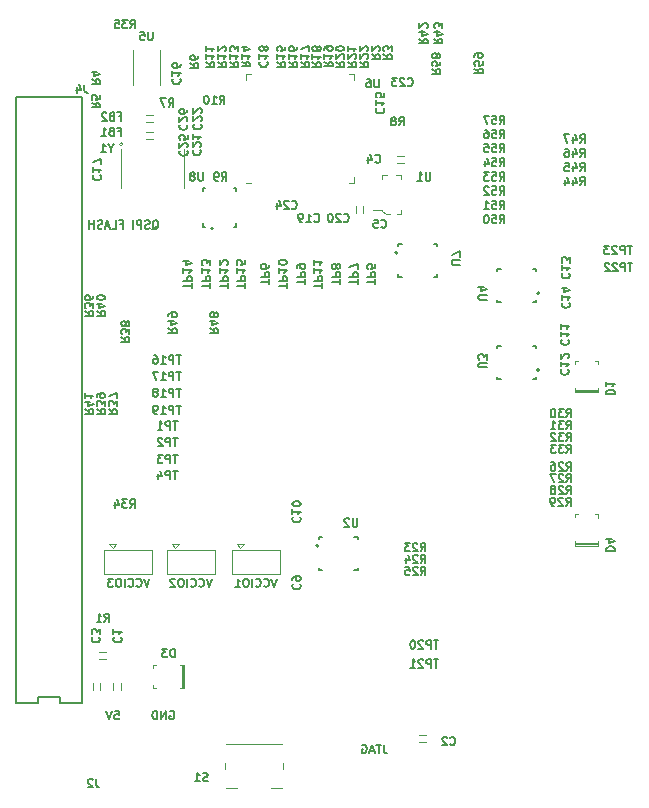
<source format=gbr>
G04 #@! TF.GenerationSoftware,KiCad,Pcbnew,5.1.4+dfsg1-1~bpo10+1*
G04 #@! TF.CreationDate,2019-11-28T16:03:55+01:00*
G04 #@! TF.ProjectId,zglue-demo-board,7a676c75-652d-4646-956d-6f2d626f6172,rev?*
G04 #@! TF.SameCoordinates,Original*
G04 #@! TF.FileFunction,Legend,Bot*
G04 #@! TF.FilePolarity,Positive*
%FSLAX46Y46*%
G04 Gerber Fmt 4.6, Leading zero omitted, Abs format (unit mm)*
G04 Created by KiCad (PCBNEW 5.1.4+dfsg1-1~bpo10+1) date 2019-11-28 16:03:55*
%MOMM*%
%LPD*%
G04 APERTURE LIST*
%ADD10C,0.150000*%
%ADD11C,0.120000*%
%ADD12C,0.100000*%
%ADD13C,0.200000*%
G04 APERTURE END LIST*
D10*
X40043333Y-48798333D02*
X40110000Y-48765000D01*
X40176666Y-48698333D01*
X40276666Y-48598333D01*
X40343333Y-48565000D01*
X40410000Y-48565000D01*
X40376666Y-48731666D02*
X40443333Y-48698333D01*
X40510000Y-48631666D01*
X40543333Y-48498333D01*
X40543333Y-48265000D01*
X40510000Y-48131666D01*
X40443333Y-48065000D01*
X40376666Y-48031666D01*
X40243333Y-48031666D01*
X40176666Y-48065000D01*
X40110000Y-48131666D01*
X40076666Y-48265000D01*
X40076666Y-48498333D01*
X40110000Y-48631666D01*
X40176666Y-48698333D01*
X40243333Y-48731666D01*
X40376666Y-48731666D01*
X39810000Y-48698333D02*
X39710000Y-48731666D01*
X39543333Y-48731666D01*
X39476666Y-48698333D01*
X39443333Y-48665000D01*
X39410000Y-48598333D01*
X39410000Y-48531666D01*
X39443333Y-48465000D01*
X39476666Y-48431666D01*
X39543333Y-48398333D01*
X39676666Y-48365000D01*
X39743333Y-48331666D01*
X39776666Y-48298333D01*
X39810000Y-48231666D01*
X39810000Y-48165000D01*
X39776666Y-48098333D01*
X39743333Y-48065000D01*
X39676666Y-48031666D01*
X39510000Y-48031666D01*
X39410000Y-48065000D01*
X39110000Y-48731666D02*
X39110000Y-48031666D01*
X38843333Y-48031666D01*
X38776666Y-48065000D01*
X38743333Y-48098333D01*
X38710000Y-48165000D01*
X38710000Y-48265000D01*
X38743333Y-48331666D01*
X38776666Y-48365000D01*
X38843333Y-48398333D01*
X39110000Y-48398333D01*
X38410000Y-48731666D02*
X38410000Y-48031666D01*
X37310000Y-48365000D02*
X37543333Y-48365000D01*
X37543333Y-48731666D02*
X37543333Y-48031666D01*
X37210000Y-48031666D01*
X36610000Y-48731666D02*
X36943333Y-48731666D01*
X36943333Y-48031666D01*
X36410000Y-48531666D02*
X36076666Y-48531666D01*
X36476666Y-48731666D02*
X36243333Y-48031666D01*
X36010000Y-48731666D01*
X35810000Y-48698333D02*
X35710000Y-48731666D01*
X35543333Y-48731666D01*
X35476666Y-48698333D01*
X35443333Y-48665000D01*
X35410000Y-48598333D01*
X35410000Y-48531666D01*
X35443333Y-48465000D01*
X35476666Y-48431666D01*
X35543333Y-48398333D01*
X35676666Y-48365000D01*
X35743333Y-48331666D01*
X35776666Y-48298333D01*
X35810000Y-48231666D01*
X35810000Y-48165000D01*
X35776666Y-48098333D01*
X35743333Y-48065000D01*
X35676666Y-48031666D01*
X35510000Y-48031666D01*
X35410000Y-48065000D01*
X35110000Y-48731666D02*
X35110000Y-48031666D01*
X35110000Y-48365000D02*
X34710000Y-48365000D01*
X34710000Y-48731666D02*
X34710000Y-48031666D01*
X59631666Y-92426666D02*
X59631666Y-92926666D01*
X59665000Y-93026666D01*
X59731666Y-93093333D01*
X59831666Y-93126666D01*
X59898333Y-93126666D01*
X59398333Y-92426666D02*
X58998333Y-92426666D01*
X59198333Y-93126666D02*
X59198333Y-92426666D01*
X58798333Y-92926666D02*
X58465000Y-92926666D01*
X58865000Y-93126666D02*
X58631666Y-92426666D01*
X58398333Y-93126666D01*
X57798333Y-92460000D02*
X57865000Y-92426666D01*
X57965000Y-92426666D01*
X58065000Y-92460000D01*
X58131666Y-92526666D01*
X58165000Y-92593333D01*
X58198333Y-92726666D01*
X58198333Y-92826666D01*
X58165000Y-92960000D01*
X58131666Y-93026666D01*
X58065000Y-93093333D01*
X57965000Y-93126666D01*
X57898333Y-93126666D01*
X57798333Y-93093333D01*
X57765000Y-93060000D01*
X57765000Y-92826666D01*
X57898333Y-92826666D01*
X41503333Y-89610000D02*
X41570000Y-89576666D01*
X41670000Y-89576666D01*
X41770000Y-89610000D01*
X41836666Y-89676666D01*
X41870000Y-89743333D01*
X41903333Y-89876666D01*
X41903333Y-89976666D01*
X41870000Y-90110000D01*
X41836666Y-90176666D01*
X41770000Y-90243333D01*
X41670000Y-90276666D01*
X41603333Y-90276666D01*
X41503333Y-90243333D01*
X41470000Y-90210000D01*
X41470000Y-89976666D01*
X41603333Y-89976666D01*
X41170000Y-90276666D02*
X41170000Y-89576666D01*
X40770000Y-90276666D01*
X40770000Y-89576666D01*
X40436666Y-90276666D02*
X40436666Y-89576666D01*
X40270000Y-89576666D01*
X40170000Y-89610000D01*
X40103333Y-89676666D01*
X40070000Y-89743333D01*
X40036666Y-89876666D01*
X40036666Y-89976666D01*
X40070000Y-90110000D01*
X40103333Y-90176666D01*
X40170000Y-90243333D01*
X40270000Y-90276666D01*
X40436666Y-90276666D01*
X36853333Y-89576666D02*
X37186666Y-89576666D01*
X37220000Y-89910000D01*
X37186666Y-89876666D01*
X37120000Y-89843333D01*
X36953333Y-89843333D01*
X36886666Y-89876666D01*
X36853333Y-89910000D01*
X36820000Y-89976666D01*
X36820000Y-90143333D01*
X36853333Y-90210000D01*
X36886666Y-90243333D01*
X36953333Y-90276666D01*
X37120000Y-90276666D01*
X37186666Y-90243333D01*
X37220000Y-90210000D01*
X36620000Y-89576666D02*
X36386666Y-90276666D01*
X36153333Y-89576666D01*
D11*
X56660000Y-44860000D02*
X57160000Y-44860000D01*
X57160000Y-44860000D02*
X57160000Y-44360000D01*
X48440000Y-35640000D02*
X47940000Y-35640000D01*
X47940000Y-35640000D02*
X47940000Y-36140000D01*
X56660000Y-35640000D02*
X57160000Y-35640000D01*
X57160000Y-35640000D02*
X57160000Y-36140000D01*
X48440000Y-44860000D02*
X47940000Y-44860000D01*
D12*
X37578114Y-41580000D02*
G75*
G03X37578114Y-41580000I-158114J0D01*
G01*
X42700000Y-42020000D02*
X42700000Y-45320000D01*
X37360000Y-42020000D02*
X37360000Y-45320000D01*
X77775000Y-62375000D02*
X75825000Y-62375000D01*
X77775000Y-62475000D02*
X75825000Y-62475000D01*
X77775000Y-59925000D02*
X77550000Y-59925000D01*
X77775000Y-60225000D02*
X77775000Y-59925000D01*
X75825000Y-59925000D02*
X75825000Y-60175000D01*
X76075000Y-59925000D02*
X75825000Y-59925000D01*
X77775000Y-62575000D02*
X75825000Y-62575000D01*
X77775000Y-62225000D02*
X77775000Y-62575000D01*
X75825000Y-62225000D02*
X75825000Y-62575000D01*
D11*
X46750000Y-77950000D02*
X50850000Y-77950000D01*
X50850000Y-77950000D02*
X50850000Y-75950000D01*
X50850000Y-75950000D02*
X46750000Y-75950000D01*
X46750000Y-75950000D02*
X46750000Y-77950000D01*
X47500000Y-75750000D02*
X47200000Y-75450000D01*
X47200000Y-75450000D02*
X47800000Y-75450000D01*
X47500000Y-75750000D02*
X47800000Y-75450000D01*
D10*
X69550000Y-54950000D02*
X69250000Y-54950000D01*
X69250000Y-54950000D02*
X69250000Y-54800000D01*
X69550000Y-52150000D02*
X69250000Y-52150000D01*
X69250000Y-52150000D02*
X69250000Y-52350000D01*
X72250000Y-52150000D02*
X72550000Y-52150000D01*
X72550000Y-52150000D02*
X72550000Y-52350000D01*
X72250000Y-54950000D02*
X72550000Y-54950000D01*
X72550000Y-54950000D02*
X72550000Y-54800000D01*
D13*
X72800000Y-54200000D02*
G75*
G03X72800000Y-54200000I-100000J0D01*
G01*
D10*
X69550000Y-61450000D02*
X69250000Y-61450000D01*
X69250000Y-61450000D02*
X69250000Y-61300000D01*
X69550000Y-58650000D02*
X69250000Y-58650000D01*
X69250000Y-58650000D02*
X69250000Y-58850000D01*
X72250000Y-58650000D02*
X72550000Y-58650000D01*
X72550000Y-58650000D02*
X72550000Y-58850000D01*
X72250000Y-61450000D02*
X72550000Y-61450000D01*
X72550000Y-61450000D02*
X72550000Y-61300000D01*
D13*
X72800000Y-60700000D02*
G75*
G03X72800000Y-60700000I-100000J0D01*
G01*
D10*
X57150000Y-74850000D02*
X57450000Y-74850000D01*
X57450000Y-74850000D02*
X57450000Y-75000000D01*
X57150000Y-77650000D02*
X57450000Y-77650000D01*
X57450000Y-77650000D02*
X57450000Y-77450000D01*
X54450000Y-77650000D02*
X54150000Y-77650000D01*
X54150000Y-77650000D02*
X54150000Y-77450000D01*
X54450000Y-74850000D02*
X54150000Y-74850000D01*
X54150000Y-74850000D02*
X54150000Y-75000000D01*
D13*
X54100000Y-75600000D02*
G75*
G03X54100000Y-75600000I-100000J0D01*
G01*
D10*
X44350000Y-45590000D02*
X44350000Y-45290000D01*
X44350000Y-45290000D02*
X44500000Y-45290000D01*
X47150000Y-45590000D02*
X47150000Y-45290000D01*
X47150000Y-45290000D02*
X46950000Y-45290000D01*
X47150000Y-48290000D02*
X47150000Y-48590000D01*
X47150000Y-48590000D02*
X46950000Y-48590000D01*
X44350000Y-48290000D02*
X44350000Y-48590000D01*
X44350000Y-48590000D02*
X44500000Y-48590000D01*
D13*
X45200000Y-48740000D02*
G75*
G03X45200000Y-48740000I-100000J0D01*
G01*
X60810000Y-50770000D02*
G75*
G03X60810000Y-50770000I-100000J0D01*
G01*
D10*
X60860000Y-50020000D02*
X60860000Y-50170000D01*
X61160000Y-50020000D02*
X60860000Y-50020000D01*
X60860000Y-52820000D02*
X60860000Y-52620000D01*
X61160000Y-52820000D02*
X60860000Y-52820000D01*
X64160000Y-52820000D02*
X64160000Y-52620000D01*
X63860000Y-52820000D02*
X64160000Y-52820000D01*
X64160000Y-50020000D02*
X64160000Y-50170000D01*
X63860000Y-50020000D02*
X64160000Y-50020000D01*
D11*
X51020000Y-96100000D02*
X50095000Y-96100000D01*
X51020000Y-92400000D02*
X46320000Y-92400000D01*
X46220000Y-93975000D02*
X46220000Y-94525000D01*
X51120000Y-93975000D02*
X51120000Y-94525000D01*
X47245000Y-96100000D02*
X46320000Y-96100000D01*
D12*
X40670000Y-33600000D02*
X40670000Y-36610000D01*
X38440000Y-36600000D02*
X38440000Y-33580000D01*
X77775000Y-75375000D02*
X75825000Y-75375000D01*
X77775000Y-75475000D02*
X75825000Y-75475000D01*
X77775000Y-72925000D02*
X77550000Y-72925000D01*
X77775000Y-73225000D02*
X77775000Y-72925000D01*
X75825000Y-72925000D02*
X75825000Y-73175000D01*
X76075000Y-72925000D02*
X75825000Y-72925000D01*
X77775000Y-75575000D02*
X75825000Y-75575000D01*
X77775000Y-75225000D02*
X77775000Y-75575000D01*
X75825000Y-75225000D02*
X75825000Y-75575000D01*
X42545000Y-85675000D02*
X42545000Y-87625000D01*
X42645000Y-85675000D02*
X42645000Y-87625000D01*
X40095000Y-85675000D02*
X40095000Y-85900000D01*
X40395000Y-85675000D02*
X40095000Y-85675000D01*
X40095000Y-87625000D02*
X40345000Y-87625000D01*
X40095000Y-87375000D02*
X40095000Y-87625000D01*
X42745000Y-85675000D02*
X42745000Y-87625000D01*
X42395000Y-85675000D02*
X42745000Y-85675000D01*
X42395000Y-87625000D02*
X42745000Y-87625000D01*
D11*
X61350000Y-43150000D02*
X60750000Y-43150000D01*
X61350000Y-42550000D02*
X60750000Y-42550000D01*
D12*
X60125000Y-47500000D02*
X59850000Y-47500000D01*
X59850000Y-47500000D02*
X59475000Y-47225000D01*
X59475000Y-47225000D02*
X59475000Y-47175000D01*
X59475000Y-47175000D02*
X58700000Y-47175000D01*
X59950000Y-44200000D02*
X59475000Y-44200000D01*
X59475000Y-44200000D02*
X59475000Y-44550000D01*
X61125000Y-44425000D02*
X61125000Y-44550000D01*
X61125000Y-44500000D02*
X61125000Y-44200000D01*
X61125000Y-44200000D02*
X60675000Y-44200000D01*
X60750000Y-47500000D02*
X61125000Y-47500000D01*
X61125000Y-47500000D02*
X61125000Y-47200000D01*
D11*
X57850000Y-46800000D02*
X57850000Y-47400000D01*
X57250000Y-46800000D02*
X57250000Y-47400000D01*
X35950000Y-77950000D02*
X40050000Y-77950000D01*
X40050000Y-77950000D02*
X40050000Y-75950000D01*
X40050000Y-75950000D02*
X35950000Y-75950000D01*
X35950000Y-75950000D02*
X35950000Y-77950000D01*
X36700000Y-75750000D02*
X36400000Y-75450000D01*
X36400000Y-75450000D02*
X37000000Y-75450000D01*
X36700000Y-75750000D02*
X37000000Y-75450000D01*
X42000000Y-75750000D02*
X42300000Y-75450000D01*
X41700000Y-75450000D02*
X42300000Y-75450000D01*
X42000000Y-75750000D02*
X41700000Y-75450000D01*
X41250000Y-75950000D02*
X41250000Y-77950000D01*
X45350000Y-75950000D02*
X41250000Y-75950000D01*
X45350000Y-77950000D02*
X45350000Y-75950000D01*
X41250000Y-77950000D02*
X45350000Y-77950000D01*
X39500000Y-41130000D02*
X40100000Y-41130000D01*
X39500000Y-40530000D02*
X40100000Y-40530000D01*
X39500000Y-39110000D02*
X40100000Y-39110000D01*
X39500000Y-39710000D02*
X40100000Y-39710000D01*
D10*
X28530001Y-88880000D02*
X28530000Y-37620000D01*
X28530000Y-37620000D02*
X34069999Y-37620000D01*
X34069999Y-37620000D02*
X34070000Y-88880000D01*
X34070000Y-88880000D02*
X32223333Y-88880000D01*
X32223333Y-88880000D02*
X32223333Y-88430000D01*
X32223333Y-88430000D02*
X30376667Y-88430000D01*
X30376667Y-88430000D02*
X30376667Y-88880000D01*
X30376667Y-88880000D02*
X28530001Y-88880000D01*
D11*
X62590000Y-91610000D02*
X63190000Y-91610000D01*
X62590000Y-92210000D02*
X63190000Y-92210000D01*
X36750000Y-87200000D02*
X36750000Y-87800000D01*
X37350000Y-87200000D02*
X37350000Y-87800000D01*
X35625000Y-87200000D02*
X35625000Y-87800000D01*
X35025000Y-87200000D02*
X35025000Y-87800000D01*
X36150000Y-85200000D02*
X35550000Y-85200000D01*
X36150000Y-84600000D02*
X35550000Y-84600000D01*
D10*
X52603333Y-34620000D02*
X52936666Y-34853333D01*
X52603333Y-35020000D02*
X53303333Y-35020000D01*
X53303333Y-34753333D01*
X53270000Y-34686666D01*
X53236666Y-34653333D01*
X53170000Y-34620000D01*
X53070000Y-34620000D01*
X53003333Y-34653333D01*
X52970000Y-34686666D01*
X52936666Y-34753333D01*
X52936666Y-35020000D01*
X52603333Y-33953333D02*
X52603333Y-34353333D01*
X52603333Y-34153333D02*
X53303333Y-34153333D01*
X53203333Y-34220000D01*
X53136666Y-34286666D01*
X53103333Y-34353333D01*
X53303333Y-33720000D02*
X53303333Y-33253333D01*
X52603333Y-33553333D01*
X67308333Y-35195000D02*
X67641666Y-35428333D01*
X67308333Y-35595000D02*
X68008333Y-35595000D01*
X68008333Y-35328333D01*
X67975000Y-35261666D01*
X67941666Y-35228333D01*
X67875000Y-35195000D01*
X67775000Y-35195000D01*
X67708333Y-35228333D01*
X67675000Y-35261666D01*
X67641666Y-35328333D01*
X67641666Y-35595000D01*
X68008333Y-34561666D02*
X68008333Y-34895000D01*
X67675000Y-34928333D01*
X67708333Y-34895000D01*
X67741666Y-34828333D01*
X67741666Y-34661666D01*
X67708333Y-34595000D01*
X67675000Y-34561666D01*
X67608333Y-34528333D01*
X67441666Y-34528333D01*
X67375000Y-34561666D01*
X67341666Y-34595000D01*
X67308333Y-34661666D01*
X67308333Y-34828333D01*
X67341666Y-34895000D01*
X67375000Y-34928333D01*
X67308333Y-34195000D02*
X67308333Y-34061666D01*
X67341666Y-33995000D01*
X67375000Y-33961666D01*
X67475000Y-33895000D01*
X67608333Y-33861666D01*
X67875000Y-33861666D01*
X67941666Y-33895000D01*
X67975000Y-33928333D01*
X68008333Y-33995000D01*
X68008333Y-34128333D01*
X67975000Y-34195000D01*
X67941666Y-34228333D01*
X67875000Y-34261666D01*
X67708333Y-34261666D01*
X67641666Y-34228333D01*
X67608333Y-34195000D01*
X67575000Y-34128333D01*
X67575000Y-33995000D01*
X67608333Y-33928333D01*
X67641666Y-33895000D01*
X67708333Y-33861666D01*
X63718333Y-35225000D02*
X64051666Y-35458333D01*
X63718333Y-35625000D02*
X64418333Y-35625000D01*
X64418333Y-35358333D01*
X64385000Y-35291666D01*
X64351666Y-35258333D01*
X64285000Y-35225000D01*
X64185000Y-35225000D01*
X64118333Y-35258333D01*
X64085000Y-35291666D01*
X64051666Y-35358333D01*
X64051666Y-35625000D01*
X64418333Y-34591666D02*
X64418333Y-34925000D01*
X64085000Y-34958333D01*
X64118333Y-34925000D01*
X64151666Y-34858333D01*
X64151666Y-34691666D01*
X64118333Y-34625000D01*
X64085000Y-34591666D01*
X64018333Y-34558333D01*
X63851666Y-34558333D01*
X63785000Y-34591666D01*
X63751666Y-34625000D01*
X63718333Y-34691666D01*
X63718333Y-34858333D01*
X63751666Y-34925000D01*
X63785000Y-34958333D01*
X64118333Y-34158333D02*
X64151666Y-34225000D01*
X64185000Y-34258333D01*
X64251666Y-34291666D01*
X64285000Y-34291666D01*
X64351666Y-34258333D01*
X64385000Y-34225000D01*
X64418333Y-34158333D01*
X64418333Y-34025000D01*
X64385000Y-33958333D01*
X64351666Y-33925000D01*
X64285000Y-33891666D01*
X64251666Y-33891666D01*
X64185000Y-33925000D01*
X64151666Y-33958333D01*
X64118333Y-34025000D01*
X64118333Y-34158333D01*
X64085000Y-34225000D01*
X64051666Y-34258333D01*
X63985000Y-34291666D01*
X63851666Y-34291666D01*
X63785000Y-34258333D01*
X63751666Y-34225000D01*
X63718333Y-34158333D01*
X63718333Y-34025000D01*
X63751666Y-33958333D01*
X63785000Y-33925000D01*
X63851666Y-33891666D01*
X63985000Y-33891666D01*
X64051666Y-33925000D01*
X64085000Y-33958333D01*
X64118333Y-34025000D01*
X50603333Y-34620000D02*
X50936666Y-34853333D01*
X50603333Y-35020000D02*
X51303333Y-35020000D01*
X51303333Y-34753333D01*
X51270000Y-34686666D01*
X51236666Y-34653333D01*
X51170000Y-34620000D01*
X51070000Y-34620000D01*
X51003333Y-34653333D01*
X50970000Y-34686666D01*
X50936666Y-34753333D01*
X50936666Y-35020000D01*
X50603333Y-33953333D02*
X50603333Y-34353333D01*
X50603333Y-34153333D02*
X51303333Y-34153333D01*
X51203333Y-34220000D01*
X51136666Y-34286666D01*
X51103333Y-34353333D01*
X51303333Y-33320000D02*
X51303333Y-33653333D01*
X50970000Y-33686666D01*
X51003333Y-33653333D01*
X51036666Y-33586666D01*
X51036666Y-33420000D01*
X51003333Y-33353333D01*
X50970000Y-33320000D01*
X50903333Y-33286666D01*
X50736666Y-33286666D01*
X50670000Y-33320000D01*
X50636666Y-33353333D01*
X50603333Y-33420000D01*
X50603333Y-33586666D01*
X50636666Y-33653333D01*
X50670000Y-33686666D01*
X59253333Y-36076666D02*
X59253333Y-36643333D01*
X59220000Y-36710000D01*
X59186666Y-36743333D01*
X59120000Y-36776666D01*
X58986666Y-36776666D01*
X58920000Y-36743333D01*
X58886666Y-36710000D01*
X58853333Y-36643333D01*
X58853333Y-36076666D01*
X58220000Y-36076666D02*
X58353333Y-36076666D01*
X58420000Y-36110000D01*
X58453333Y-36143333D01*
X58520000Y-36243333D01*
X58553333Y-36376666D01*
X58553333Y-36643333D01*
X58520000Y-36710000D01*
X58486666Y-36743333D01*
X58420000Y-36776666D01*
X58286666Y-36776666D01*
X58220000Y-36743333D01*
X58186666Y-36710000D01*
X58153333Y-36643333D01*
X58153333Y-36476666D01*
X58186666Y-36410000D01*
X58220000Y-36376666D01*
X58286666Y-36343333D01*
X58420000Y-36343333D01*
X58486666Y-36376666D01*
X58520000Y-36410000D01*
X58553333Y-36476666D01*
X36533333Y-41933333D02*
X36533333Y-42266666D01*
X36766666Y-41566666D02*
X36533333Y-41933333D01*
X36300000Y-41566666D01*
X35700000Y-42266666D02*
X36100000Y-42266666D01*
X35900000Y-42266666D02*
X35900000Y-41566666D01*
X35966666Y-41666666D01*
X36033333Y-41733333D01*
X36100000Y-41766666D01*
X78483333Y-62766666D02*
X79183333Y-62766666D01*
X79183333Y-62600000D01*
X79150000Y-62500000D01*
X79083333Y-62433333D01*
X79016666Y-62400000D01*
X78883333Y-62366666D01*
X78783333Y-62366666D01*
X78650000Y-62400000D01*
X78583333Y-62433333D01*
X78516666Y-62500000D01*
X78483333Y-62600000D01*
X78483333Y-62766666D01*
X78483333Y-61700000D02*
X78483333Y-62100000D01*
X78483333Y-61900000D02*
X79183333Y-61900000D01*
X79083333Y-61966666D01*
X79016666Y-62033333D01*
X78983333Y-62100000D01*
X50600000Y-78366666D02*
X50366666Y-79066666D01*
X50133333Y-78366666D01*
X49500000Y-79000000D02*
X49533333Y-79033333D01*
X49633333Y-79066666D01*
X49700000Y-79066666D01*
X49800000Y-79033333D01*
X49866666Y-78966666D01*
X49900000Y-78900000D01*
X49933333Y-78766666D01*
X49933333Y-78666666D01*
X49900000Y-78533333D01*
X49866666Y-78466666D01*
X49800000Y-78400000D01*
X49700000Y-78366666D01*
X49633333Y-78366666D01*
X49533333Y-78400000D01*
X49500000Y-78433333D01*
X48800000Y-79000000D02*
X48833333Y-79033333D01*
X48933333Y-79066666D01*
X49000000Y-79066666D01*
X49100000Y-79033333D01*
X49166666Y-78966666D01*
X49200000Y-78900000D01*
X49233333Y-78766666D01*
X49233333Y-78666666D01*
X49200000Y-78533333D01*
X49166666Y-78466666D01*
X49100000Y-78400000D01*
X49000000Y-78366666D01*
X48933333Y-78366666D01*
X48833333Y-78400000D01*
X48800000Y-78433333D01*
X48500000Y-79066666D02*
X48500000Y-78366666D01*
X48033333Y-78366666D02*
X47900000Y-78366666D01*
X47833333Y-78400000D01*
X47766666Y-78466666D01*
X47733333Y-78600000D01*
X47733333Y-78833333D01*
X47766666Y-78966666D01*
X47833333Y-79033333D01*
X47900000Y-79066666D01*
X48033333Y-79066666D01*
X48100000Y-79033333D01*
X48166666Y-78966666D01*
X48200000Y-78833333D01*
X48200000Y-78600000D01*
X48166666Y-78466666D01*
X48100000Y-78400000D01*
X48033333Y-78366666D01*
X47066666Y-79066666D02*
X47466666Y-79066666D01*
X47266666Y-79066666D02*
X47266666Y-78366666D01*
X47333333Y-78466666D01*
X47400000Y-78533333D01*
X47466666Y-78566666D01*
X68353333Y-54743333D02*
X67786666Y-54743333D01*
X67720000Y-54710000D01*
X67686666Y-54676666D01*
X67653333Y-54610000D01*
X67653333Y-54476666D01*
X67686666Y-54410000D01*
X67720000Y-54376666D01*
X67786666Y-54343333D01*
X68353333Y-54343333D01*
X68120000Y-53710000D02*
X67653333Y-53710000D01*
X68386666Y-53876666D02*
X67886666Y-54043333D01*
X67886666Y-53610000D01*
X68353333Y-60493333D02*
X67786666Y-60493333D01*
X67720000Y-60460000D01*
X67686666Y-60426666D01*
X67653333Y-60360000D01*
X67653333Y-60226666D01*
X67686666Y-60160000D01*
X67720000Y-60126666D01*
X67786666Y-60093333D01*
X68353333Y-60093333D01*
X68353333Y-59826666D02*
X68353333Y-59393333D01*
X68086666Y-59626666D01*
X68086666Y-59526666D01*
X68053333Y-59460000D01*
X68020000Y-59426666D01*
X67953333Y-59393333D01*
X67786666Y-59393333D01*
X67720000Y-59426666D01*
X67686666Y-59460000D01*
X67653333Y-59526666D01*
X67653333Y-59726666D01*
X67686666Y-59793333D01*
X67720000Y-59826666D01*
X57403333Y-73276666D02*
X57403333Y-73843333D01*
X57370000Y-73910000D01*
X57336666Y-73943333D01*
X57270000Y-73976666D01*
X57136666Y-73976666D01*
X57070000Y-73943333D01*
X57036666Y-73910000D01*
X57003333Y-73843333D01*
X57003333Y-73276666D01*
X56703333Y-73343333D02*
X56670000Y-73310000D01*
X56603333Y-73276666D01*
X56436666Y-73276666D01*
X56370000Y-73310000D01*
X56336666Y-73343333D01*
X56303333Y-73410000D01*
X56303333Y-73476666D01*
X56336666Y-73576666D01*
X56736666Y-73976666D01*
X56303333Y-73976666D01*
X64256666Y-83596666D02*
X63856666Y-83596666D01*
X64056666Y-84296666D02*
X64056666Y-83596666D01*
X63623333Y-84296666D02*
X63623333Y-83596666D01*
X63356666Y-83596666D01*
X63290000Y-83630000D01*
X63256666Y-83663333D01*
X63223333Y-83730000D01*
X63223333Y-83830000D01*
X63256666Y-83896666D01*
X63290000Y-83930000D01*
X63356666Y-83963333D01*
X63623333Y-83963333D01*
X62956666Y-83663333D02*
X62923333Y-83630000D01*
X62856666Y-83596666D01*
X62690000Y-83596666D01*
X62623333Y-83630000D01*
X62590000Y-83663333D01*
X62556666Y-83730000D01*
X62556666Y-83796666D01*
X62590000Y-83896666D01*
X62990000Y-84296666D01*
X62556666Y-84296666D01*
X62123333Y-83596666D02*
X62056666Y-83596666D01*
X61990000Y-83630000D01*
X61956666Y-83663333D01*
X61923333Y-83730000D01*
X61890000Y-83863333D01*
X61890000Y-84030000D01*
X61923333Y-84163333D01*
X61956666Y-84230000D01*
X61990000Y-84263333D01*
X62056666Y-84296666D01*
X62123333Y-84296666D01*
X62190000Y-84263333D01*
X62223333Y-84230000D01*
X62256666Y-84163333D01*
X62290000Y-84030000D01*
X62290000Y-83863333D01*
X62256666Y-83730000D01*
X62223333Y-83663333D01*
X62190000Y-83630000D01*
X62123333Y-83596666D01*
X64256666Y-85196666D02*
X63856666Y-85196666D01*
X64056666Y-85896666D02*
X64056666Y-85196666D01*
X63623333Y-85896666D02*
X63623333Y-85196666D01*
X63356666Y-85196666D01*
X63290000Y-85230000D01*
X63256666Y-85263333D01*
X63223333Y-85330000D01*
X63223333Y-85430000D01*
X63256666Y-85496666D01*
X63290000Y-85530000D01*
X63356666Y-85563333D01*
X63623333Y-85563333D01*
X62956666Y-85263333D02*
X62923333Y-85230000D01*
X62856666Y-85196666D01*
X62690000Y-85196666D01*
X62623333Y-85230000D01*
X62590000Y-85263333D01*
X62556666Y-85330000D01*
X62556666Y-85396666D01*
X62590000Y-85496666D01*
X62990000Y-85896666D01*
X62556666Y-85896666D01*
X61890000Y-85896666D02*
X62290000Y-85896666D01*
X62090000Y-85896666D02*
X62090000Y-85196666D01*
X62156666Y-85296666D01*
X62223333Y-85363333D01*
X62290000Y-85396666D01*
X80656666Y-50186666D02*
X80256666Y-50186666D01*
X80456666Y-50886666D02*
X80456666Y-50186666D01*
X80023333Y-50886666D02*
X80023333Y-50186666D01*
X79756666Y-50186666D01*
X79690000Y-50220000D01*
X79656666Y-50253333D01*
X79623333Y-50320000D01*
X79623333Y-50420000D01*
X79656666Y-50486666D01*
X79690000Y-50520000D01*
X79756666Y-50553333D01*
X80023333Y-50553333D01*
X79356666Y-50253333D02*
X79323333Y-50220000D01*
X79256666Y-50186666D01*
X79090000Y-50186666D01*
X79023333Y-50220000D01*
X78990000Y-50253333D01*
X78956666Y-50320000D01*
X78956666Y-50386666D01*
X78990000Y-50486666D01*
X79390000Y-50886666D01*
X78956666Y-50886666D01*
X78723333Y-50186666D02*
X78290000Y-50186666D01*
X78523333Y-50453333D01*
X78423333Y-50453333D01*
X78356666Y-50486666D01*
X78323333Y-50520000D01*
X78290000Y-50586666D01*
X78290000Y-50753333D01*
X78323333Y-50820000D01*
X78356666Y-50853333D01*
X78423333Y-50886666D01*
X78623333Y-50886666D01*
X78690000Y-50853333D01*
X78723333Y-50820000D01*
X80696666Y-51637466D02*
X80296666Y-51637466D01*
X80496666Y-52337466D02*
X80496666Y-51637466D01*
X80063333Y-52337466D02*
X80063333Y-51637466D01*
X79796666Y-51637466D01*
X79730000Y-51670800D01*
X79696666Y-51704133D01*
X79663333Y-51770800D01*
X79663333Y-51870800D01*
X79696666Y-51937466D01*
X79730000Y-51970800D01*
X79796666Y-52004133D01*
X80063333Y-52004133D01*
X79396666Y-51704133D02*
X79363333Y-51670800D01*
X79296666Y-51637466D01*
X79130000Y-51637466D01*
X79063333Y-51670800D01*
X79030000Y-51704133D01*
X78996666Y-51770800D01*
X78996666Y-51837466D01*
X79030000Y-51937466D01*
X79430000Y-52337466D01*
X78996666Y-52337466D01*
X78730000Y-51704133D02*
X78696666Y-51670800D01*
X78630000Y-51637466D01*
X78463333Y-51637466D01*
X78396666Y-51670800D01*
X78363333Y-51704133D01*
X78330000Y-51770800D01*
X78330000Y-51837466D01*
X78363333Y-51937466D01*
X78763333Y-52337466D01*
X78330000Y-52337466D01*
X51433333Y-53766666D02*
X51433333Y-53366666D01*
X50733333Y-53566666D02*
X51433333Y-53566666D01*
X50733333Y-53133333D02*
X51433333Y-53133333D01*
X51433333Y-52866666D01*
X51400000Y-52800000D01*
X51366666Y-52766666D01*
X51300000Y-52733333D01*
X51200000Y-52733333D01*
X51133333Y-52766666D01*
X51100000Y-52800000D01*
X51066666Y-52866666D01*
X51066666Y-53133333D01*
X50733333Y-52066666D02*
X50733333Y-52466666D01*
X50733333Y-52266666D02*
X51433333Y-52266666D01*
X51333333Y-52333333D01*
X51266666Y-52400000D01*
X51233333Y-52466666D01*
X51433333Y-51633333D02*
X51433333Y-51566666D01*
X51400000Y-51500000D01*
X51366666Y-51466666D01*
X51300000Y-51433333D01*
X51166666Y-51400000D01*
X51000000Y-51400000D01*
X50866666Y-51433333D01*
X50800000Y-51466666D01*
X50766666Y-51500000D01*
X50733333Y-51566666D01*
X50733333Y-51633333D01*
X50766666Y-51700000D01*
X50800000Y-51733333D01*
X50866666Y-51766666D01*
X51000000Y-51800000D01*
X51166666Y-51800000D01*
X51300000Y-51766666D01*
X51366666Y-51733333D01*
X51400000Y-51700000D01*
X51433333Y-51633333D01*
X55933333Y-53433333D02*
X55933333Y-53033333D01*
X55233333Y-53233333D02*
X55933333Y-53233333D01*
X55233333Y-52800000D02*
X55933333Y-52800000D01*
X55933333Y-52533333D01*
X55900000Y-52466666D01*
X55866666Y-52433333D01*
X55800000Y-52400000D01*
X55700000Y-52400000D01*
X55633333Y-52433333D01*
X55600000Y-52466666D01*
X55566666Y-52533333D01*
X55566666Y-52800000D01*
X55633333Y-52000000D02*
X55666666Y-52066666D01*
X55700000Y-52100000D01*
X55766666Y-52133333D01*
X55800000Y-52133333D01*
X55866666Y-52100000D01*
X55900000Y-52066666D01*
X55933333Y-52000000D01*
X55933333Y-51866666D01*
X55900000Y-51800000D01*
X55866666Y-51766666D01*
X55800000Y-51733333D01*
X55766666Y-51733333D01*
X55700000Y-51766666D01*
X55666666Y-51800000D01*
X55633333Y-51866666D01*
X55633333Y-52000000D01*
X55600000Y-52066666D01*
X55566666Y-52100000D01*
X55500000Y-52133333D01*
X55366666Y-52133333D01*
X55300000Y-52100000D01*
X55266666Y-52066666D01*
X55233333Y-52000000D01*
X55233333Y-51866666D01*
X55266666Y-51800000D01*
X55300000Y-51766666D01*
X55366666Y-51733333D01*
X55500000Y-51733333D01*
X55566666Y-51766666D01*
X55600000Y-51800000D01*
X55633333Y-51866666D01*
X57433333Y-53433333D02*
X57433333Y-53033333D01*
X56733333Y-53233333D02*
X57433333Y-53233333D01*
X56733333Y-52800000D02*
X57433333Y-52800000D01*
X57433333Y-52533333D01*
X57400000Y-52466666D01*
X57366666Y-52433333D01*
X57300000Y-52400000D01*
X57200000Y-52400000D01*
X57133333Y-52433333D01*
X57100000Y-52466666D01*
X57066666Y-52533333D01*
X57066666Y-52800000D01*
X57433333Y-52166666D02*
X57433333Y-51700000D01*
X56733333Y-52000000D01*
X49933333Y-53433333D02*
X49933333Y-53033333D01*
X49233333Y-53233333D02*
X49933333Y-53233333D01*
X49233333Y-52800000D02*
X49933333Y-52800000D01*
X49933333Y-52533333D01*
X49900000Y-52466666D01*
X49866666Y-52433333D01*
X49800000Y-52400000D01*
X49700000Y-52400000D01*
X49633333Y-52433333D01*
X49600000Y-52466666D01*
X49566666Y-52533333D01*
X49566666Y-52800000D01*
X49933333Y-51800000D02*
X49933333Y-51933333D01*
X49900000Y-52000000D01*
X49866666Y-52033333D01*
X49766666Y-52100000D01*
X49633333Y-52133333D01*
X49366666Y-52133333D01*
X49300000Y-52100000D01*
X49266666Y-52066666D01*
X49233333Y-52000000D01*
X49233333Y-51866666D01*
X49266666Y-51800000D01*
X49300000Y-51766666D01*
X49366666Y-51733333D01*
X49533333Y-51733333D01*
X49600000Y-51766666D01*
X49633333Y-51800000D01*
X49666666Y-51866666D01*
X49666666Y-52000000D01*
X49633333Y-52066666D01*
X49600000Y-52100000D01*
X49533333Y-52133333D01*
X42183333Y-69250866D02*
X41783333Y-69250866D01*
X41983333Y-69950866D02*
X41983333Y-69250866D01*
X41550000Y-69950866D02*
X41550000Y-69250866D01*
X41283333Y-69250866D01*
X41216666Y-69284200D01*
X41183333Y-69317533D01*
X41150000Y-69384200D01*
X41150000Y-69484200D01*
X41183333Y-69550866D01*
X41216666Y-69584200D01*
X41283333Y-69617533D01*
X41550000Y-69617533D01*
X40550000Y-69484200D02*
X40550000Y-69950866D01*
X40716666Y-69217533D02*
X40883333Y-69717533D01*
X40450000Y-69717533D01*
X42183333Y-67901666D02*
X41783333Y-67901666D01*
X41983333Y-68601666D02*
X41983333Y-67901666D01*
X41550000Y-68601666D02*
X41550000Y-67901666D01*
X41283333Y-67901666D01*
X41216666Y-67935000D01*
X41183333Y-67968333D01*
X41150000Y-68035000D01*
X41150000Y-68135000D01*
X41183333Y-68201666D01*
X41216666Y-68235000D01*
X41283333Y-68268333D01*
X41550000Y-68268333D01*
X40916666Y-67901666D02*
X40483333Y-67901666D01*
X40716666Y-68168333D01*
X40616666Y-68168333D01*
X40550000Y-68201666D01*
X40516666Y-68235000D01*
X40483333Y-68301666D01*
X40483333Y-68468333D01*
X40516666Y-68535000D01*
X40550000Y-68568333D01*
X40616666Y-68601666D01*
X40816666Y-68601666D01*
X40883333Y-68568333D01*
X40916666Y-68535000D01*
X42183333Y-66450866D02*
X41783333Y-66450866D01*
X41983333Y-67150866D02*
X41983333Y-66450866D01*
X41550000Y-67150866D02*
X41550000Y-66450866D01*
X41283333Y-66450866D01*
X41216666Y-66484200D01*
X41183333Y-66517533D01*
X41150000Y-66584200D01*
X41150000Y-66684200D01*
X41183333Y-66750866D01*
X41216666Y-66784200D01*
X41283333Y-66817533D01*
X41550000Y-66817533D01*
X40883333Y-66517533D02*
X40850000Y-66484200D01*
X40783333Y-66450866D01*
X40616666Y-66450866D01*
X40550000Y-66484200D01*
X40516666Y-66517533D01*
X40483333Y-66584200D01*
X40483333Y-66650866D01*
X40516666Y-66750866D01*
X40916666Y-67150866D01*
X40483333Y-67150866D01*
X42183333Y-65050866D02*
X41783333Y-65050866D01*
X41983333Y-65750866D02*
X41983333Y-65050866D01*
X41550000Y-65750866D02*
X41550000Y-65050866D01*
X41283333Y-65050866D01*
X41216666Y-65084200D01*
X41183333Y-65117533D01*
X41150000Y-65184200D01*
X41150000Y-65284200D01*
X41183333Y-65350866D01*
X41216666Y-65384200D01*
X41283333Y-65417533D01*
X41550000Y-65417533D01*
X40483333Y-65750866D02*
X40883333Y-65750866D01*
X40683333Y-65750866D02*
X40683333Y-65050866D01*
X40750000Y-65150866D01*
X40816666Y-65217533D01*
X40883333Y-65250866D01*
X58933333Y-53433333D02*
X58933333Y-53033333D01*
X58233333Y-53233333D02*
X58933333Y-53233333D01*
X58233333Y-52800000D02*
X58933333Y-52800000D01*
X58933333Y-52533333D01*
X58900000Y-52466666D01*
X58866666Y-52433333D01*
X58800000Y-52400000D01*
X58700000Y-52400000D01*
X58633333Y-52433333D01*
X58600000Y-52466666D01*
X58566666Y-52533333D01*
X58566666Y-52800000D01*
X58933333Y-51766666D02*
X58933333Y-52100000D01*
X58600000Y-52133333D01*
X58633333Y-52100000D01*
X58666666Y-52033333D01*
X58666666Y-51866666D01*
X58633333Y-51800000D01*
X58600000Y-51766666D01*
X58533333Y-51733333D01*
X58366666Y-51733333D01*
X58300000Y-51766666D01*
X58266666Y-51800000D01*
X58233333Y-51866666D01*
X58233333Y-52033333D01*
X58266666Y-52100000D01*
X58300000Y-52133333D01*
X52984133Y-53433333D02*
X52984133Y-53033333D01*
X52284133Y-53233333D02*
X52984133Y-53233333D01*
X52284133Y-52800000D02*
X52984133Y-52800000D01*
X52984133Y-52533333D01*
X52950800Y-52466666D01*
X52917466Y-52433333D01*
X52850800Y-52400000D01*
X52750800Y-52400000D01*
X52684133Y-52433333D01*
X52650800Y-52466666D01*
X52617466Y-52533333D01*
X52617466Y-52800000D01*
X52284133Y-52066666D02*
X52284133Y-51933333D01*
X52317466Y-51866666D01*
X52350800Y-51833333D01*
X52450800Y-51766666D01*
X52584133Y-51733333D01*
X52850800Y-51733333D01*
X52917466Y-51766666D01*
X52950800Y-51800000D01*
X52984133Y-51866666D01*
X52984133Y-52000000D01*
X52950800Y-52066666D01*
X52917466Y-52100000D01*
X52850800Y-52133333D01*
X52684133Y-52133333D01*
X52617466Y-52100000D01*
X52584133Y-52066666D01*
X52550800Y-52000000D01*
X52550800Y-51866666D01*
X52584133Y-51800000D01*
X52617466Y-51766666D01*
X52684133Y-51733333D01*
X54433333Y-53766666D02*
X54433333Y-53366666D01*
X53733333Y-53566666D02*
X54433333Y-53566666D01*
X53733333Y-53133333D02*
X54433333Y-53133333D01*
X54433333Y-52866666D01*
X54400000Y-52800000D01*
X54366666Y-52766666D01*
X54300000Y-52733333D01*
X54200000Y-52733333D01*
X54133333Y-52766666D01*
X54100000Y-52800000D01*
X54066666Y-52866666D01*
X54066666Y-53133333D01*
X53733333Y-52066666D02*
X53733333Y-52466666D01*
X53733333Y-52266666D02*
X54433333Y-52266666D01*
X54333333Y-52333333D01*
X54266666Y-52400000D01*
X54233333Y-52466666D01*
X53733333Y-51400000D02*
X53733333Y-51800000D01*
X53733333Y-51600000D02*
X54433333Y-51600000D01*
X54333333Y-51666666D01*
X54266666Y-51733333D01*
X54233333Y-51800000D01*
X44933333Y-53766666D02*
X44933333Y-53366666D01*
X44233333Y-53566666D02*
X44933333Y-53566666D01*
X44233333Y-53133333D02*
X44933333Y-53133333D01*
X44933333Y-52866666D01*
X44900000Y-52800000D01*
X44866666Y-52766666D01*
X44800000Y-52733333D01*
X44700000Y-52733333D01*
X44633333Y-52766666D01*
X44600000Y-52800000D01*
X44566666Y-52866666D01*
X44566666Y-53133333D01*
X44233333Y-52066666D02*
X44233333Y-52466666D01*
X44233333Y-52266666D02*
X44933333Y-52266666D01*
X44833333Y-52333333D01*
X44766666Y-52400000D01*
X44733333Y-52466666D01*
X44933333Y-51833333D02*
X44933333Y-51400000D01*
X44666666Y-51633333D01*
X44666666Y-51533333D01*
X44633333Y-51466666D01*
X44600000Y-51433333D01*
X44533333Y-51400000D01*
X44366666Y-51400000D01*
X44300000Y-51433333D01*
X44266666Y-51466666D01*
X44233333Y-51533333D01*
X44233333Y-51733333D01*
X44266666Y-51800000D01*
X44300000Y-51833333D01*
X47882533Y-53766666D02*
X47882533Y-53366666D01*
X47182533Y-53566666D02*
X47882533Y-53566666D01*
X47182533Y-53133333D02*
X47882533Y-53133333D01*
X47882533Y-52866666D01*
X47849200Y-52800000D01*
X47815866Y-52766666D01*
X47749200Y-52733333D01*
X47649200Y-52733333D01*
X47582533Y-52766666D01*
X47549200Y-52800000D01*
X47515866Y-52866666D01*
X47515866Y-53133333D01*
X47182533Y-52066666D02*
X47182533Y-52466666D01*
X47182533Y-52266666D02*
X47882533Y-52266666D01*
X47782533Y-52333333D01*
X47715866Y-52400000D01*
X47682533Y-52466666D01*
X47882533Y-51433333D02*
X47882533Y-51766666D01*
X47549200Y-51800000D01*
X47582533Y-51766666D01*
X47615866Y-51700000D01*
X47615866Y-51533333D01*
X47582533Y-51466666D01*
X47549200Y-51433333D01*
X47482533Y-51400000D01*
X47315866Y-51400000D01*
X47249200Y-51433333D01*
X47215866Y-51466666D01*
X47182533Y-51533333D01*
X47182533Y-51700000D01*
X47215866Y-51766666D01*
X47249200Y-51800000D01*
X42466666Y-59475866D02*
X42066666Y-59475866D01*
X42266666Y-60175866D02*
X42266666Y-59475866D01*
X41833333Y-60175866D02*
X41833333Y-59475866D01*
X41566666Y-59475866D01*
X41500000Y-59509200D01*
X41466666Y-59542533D01*
X41433333Y-59609200D01*
X41433333Y-59709200D01*
X41466666Y-59775866D01*
X41500000Y-59809200D01*
X41566666Y-59842533D01*
X41833333Y-59842533D01*
X40766666Y-60175866D02*
X41166666Y-60175866D01*
X40966666Y-60175866D02*
X40966666Y-59475866D01*
X41033333Y-59575866D01*
X41100000Y-59642533D01*
X41166666Y-59675866D01*
X40166666Y-59475866D02*
X40300000Y-59475866D01*
X40366666Y-59509200D01*
X40400000Y-59542533D01*
X40466666Y-59642533D01*
X40500000Y-59775866D01*
X40500000Y-60042533D01*
X40466666Y-60109200D01*
X40433333Y-60142533D01*
X40366666Y-60175866D01*
X40233333Y-60175866D01*
X40166666Y-60142533D01*
X40133333Y-60109200D01*
X40100000Y-60042533D01*
X40100000Y-59875866D01*
X40133333Y-59809200D01*
X40166666Y-59775866D01*
X40233333Y-59742533D01*
X40366666Y-59742533D01*
X40433333Y-59775866D01*
X40466666Y-59809200D01*
X40500000Y-59875866D01*
X42466666Y-60875866D02*
X42066666Y-60875866D01*
X42266666Y-61575866D02*
X42266666Y-60875866D01*
X41833333Y-61575866D02*
X41833333Y-60875866D01*
X41566666Y-60875866D01*
X41500000Y-60909200D01*
X41466666Y-60942533D01*
X41433333Y-61009200D01*
X41433333Y-61109200D01*
X41466666Y-61175866D01*
X41500000Y-61209200D01*
X41566666Y-61242533D01*
X41833333Y-61242533D01*
X40766666Y-61575866D02*
X41166666Y-61575866D01*
X40966666Y-61575866D02*
X40966666Y-60875866D01*
X41033333Y-60975866D01*
X41100000Y-61042533D01*
X41166666Y-61075866D01*
X40533333Y-60875866D02*
X40066666Y-60875866D01*
X40366666Y-61575866D01*
X42466666Y-62275866D02*
X42066666Y-62275866D01*
X42266666Y-62975866D02*
X42266666Y-62275866D01*
X41833333Y-62975866D02*
X41833333Y-62275866D01*
X41566666Y-62275866D01*
X41500000Y-62309200D01*
X41466666Y-62342533D01*
X41433333Y-62409200D01*
X41433333Y-62509200D01*
X41466666Y-62575866D01*
X41500000Y-62609200D01*
X41566666Y-62642533D01*
X41833333Y-62642533D01*
X40766666Y-62975866D02*
X41166666Y-62975866D01*
X40966666Y-62975866D02*
X40966666Y-62275866D01*
X41033333Y-62375866D01*
X41100000Y-62442533D01*
X41166666Y-62475866D01*
X40366666Y-62575866D02*
X40433333Y-62542533D01*
X40466666Y-62509200D01*
X40500000Y-62442533D01*
X40500000Y-62409200D01*
X40466666Y-62342533D01*
X40433333Y-62309200D01*
X40366666Y-62275866D01*
X40233333Y-62275866D01*
X40166666Y-62309200D01*
X40133333Y-62342533D01*
X40100000Y-62409200D01*
X40100000Y-62442533D01*
X40133333Y-62509200D01*
X40166666Y-62542533D01*
X40233333Y-62575866D01*
X40366666Y-62575866D01*
X40433333Y-62609200D01*
X40466666Y-62642533D01*
X40500000Y-62709200D01*
X40500000Y-62842533D01*
X40466666Y-62909200D01*
X40433333Y-62942533D01*
X40366666Y-62975866D01*
X40233333Y-62975866D01*
X40166666Y-62942533D01*
X40133333Y-62909200D01*
X40100000Y-62842533D01*
X40100000Y-62709200D01*
X40133333Y-62642533D01*
X40166666Y-62609200D01*
X40233333Y-62575866D01*
X46433333Y-53766666D02*
X46433333Y-53366666D01*
X45733333Y-53566666D02*
X46433333Y-53566666D01*
X45733333Y-53133333D02*
X46433333Y-53133333D01*
X46433333Y-52866666D01*
X46400000Y-52800000D01*
X46366666Y-52766666D01*
X46300000Y-52733333D01*
X46200000Y-52733333D01*
X46133333Y-52766666D01*
X46100000Y-52800000D01*
X46066666Y-52866666D01*
X46066666Y-53133333D01*
X45733333Y-52066666D02*
X45733333Y-52466666D01*
X45733333Y-52266666D02*
X46433333Y-52266666D01*
X46333333Y-52333333D01*
X46266666Y-52400000D01*
X46233333Y-52466666D01*
X46366666Y-51800000D02*
X46400000Y-51766666D01*
X46433333Y-51700000D01*
X46433333Y-51533333D01*
X46400000Y-51466666D01*
X46366666Y-51433333D01*
X46300000Y-51400000D01*
X46233333Y-51400000D01*
X46133333Y-51433333D01*
X45733333Y-51833333D01*
X45733333Y-51400000D01*
X42466666Y-63726666D02*
X42066666Y-63726666D01*
X42266666Y-64426666D02*
X42266666Y-63726666D01*
X41833333Y-64426666D02*
X41833333Y-63726666D01*
X41566666Y-63726666D01*
X41500000Y-63760000D01*
X41466666Y-63793333D01*
X41433333Y-63860000D01*
X41433333Y-63960000D01*
X41466666Y-64026666D01*
X41500000Y-64060000D01*
X41566666Y-64093333D01*
X41833333Y-64093333D01*
X40766666Y-64426666D02*
X41166666Y-64426666D01*
X40966666Y-64426666D02*
X40966666Y-63726666D01*
X41033333Y-63826666D01*
X41100000Y-63893333D01*
X41166666Y-63926666D01*
X40433333Y-64426666D02*
X40300000Y-64426666D01*
X40233333Y-64393333D01*
X40200000Y-64360000D01*
X40133333Y-64260000D01*
X40100000Y-64126666D01*
X40100000Y-63860000D01*
X40133333Y-63793333D01*
X40166666Y-63760000D01*
X40233333Y-63726666D01*
X40366666Y-63726666D01*
X40433333Y-63760000D01*
X40466666Y-63793333D01*
X40500000Y-63860000D01*
X40500000Y-64026666D01*
X40466666Y-64093333D01*
X40433333Y-64126666D01*
X40366666Y-64160000D01*
X40233333Y-64160000D01*
X40166666Y-64126666D01*
X40133333Y-64093333D01*
X40100000Y-64026666D01*
X43382533Y-53766666D02*
X43382533Y-53366666D01*
X42682533Y-53566666D02*
X43382533Y-53566666D01*
X42682533Y-53133333D02*
X43382533Y-53133333D01*
X43382533Y-52866666D01*
X43349200Y-52800000D01*
X43315866Y-52766666D01*
X43249200Y-52733333D01*
X43149200Y-52733333D01*
X43082533Y-52766666D01*
X43049200Y-52800000D01*
X43015866Y-52866666D01*
X43015866Y-53133333D01*
X42682533Y-52066666D02*
X42682533Y-52466666D01*
X42682533Y-52266666D02*
X43382533Y-52266666D01*
X43282533Y-52333333D01*
X43215866Y-52400000D01*
X43182533Y-52466666D01*
X43149200Y-51466666D02*
X42682533Y-51466666D01*
X43415866Y-51633333D02*
X42915866Y-51800000D01*
X42915866Y-51366666D01*
X69450000Y-39866666D02*
X69683333Y-39533333D01*
X69850000Y-39866666D02*
X69850000Y-39166666D01*
X69583333Y-39166666D01*
X69516666Y-39200000D01*
X69483333Y-39233333D01*
X69450000Y-39300000D01*
X69450000Y-39400000D01*
X69483333Y-39466666D01*
X69516666Y-39500000D01*
X69583333Y-39533333D01*
X69850000Y-39533333D01*
X68816666Y-39166666D02*
X69150000Y-39166666D01*
X69183333Y-39500000D01*
X69150000Y-39466666D01*
X69083333Y-39433333D01*
X68916666Y-39433333D01*
X68850000Y-39466666D01*
X68816666Y-39500000D01*
X68783333Y-39566666D01*
X68783333Y-39733333D01*
X68816666Y-39800000D01*
X68850000Y-39833333D01*
X68916666Y-39866666D01*
X69083333Y-39866666D01*
X69150000Y-39833333D01*
X69183333Y-39800000D01*
X68550000Y-39166666D02*
X68083333Y-39166666D01*
X68383333Y-39866666D01*
X69450000Y-45866666D02*
X69683333Y-45533333D01*
X69850000Y-45866666D02*
X69850000Y-45166666D01*
X69583333Y-45166666D01*
X69516666Y-45200000D01*
X69483333Y-45233333D01*
X69450000Y-45300000D01*
X69450000Y-45400000D01*
X69483333Y-45466666D01*
X69516666Y-45500000D01*
X69583333Y-45533333D01*
X69850000Y-45533333D01*
X68816666Y-45166666D02*
X69150000Y-45166666D01*
X69183333Y-45500000D01*
X69150000Y-45466666D01*
X69083333Y-45433333D01*
X68916666Y-45433333D01*
X68850000Y-45466666D01*
X68816666Y-45500000D01*
X68783333Y-45566666D01*
X68783333Y-45733333D01*
X68816666Y-45800000D01*
X68850000Y-45833333D01*
X68916666Y-45866666D01*
X69083333Y-45866666D01*
X69150000Y-45833333D01*
X69183333Y-45800000D01*
X68516666Y-45233333D02*
X68483333Y-45200000D01*
X68416666Y-45166666D01*
X68250000Y-45166666D01*
X68183333Y-45200000D01*
X68150000Y-45233333D01*
X68116666Y-45300000D01*
X68116666Y-45366666D01*
X68150000Y-45466666D01*
X68550000Y-45866666D01*
X68116666Y-45866666D01*
X69450000Y-44666666D02*
X69683333Y-44333333D01*
X69850000Y-44666666D02*
X69850000Y-43966666D01*
X69583333Y-43966666D01*
X69516666Y-44000000D01*
X69483333Y-44033333D01*
X69450000Y-44100000D01*
X69450000Y-44200000D01*
X69483333Y-44266666D01*
X69516666Y-44300000D01*
X69583333Y-44333333D01*
X69850000Y-44333333D01*
X68816666Y-43966666D02*
X69150000Y-43966666D01*
X69183333Y-44300000D01*
X69150000Y-44266666D01*
X69083333Y-44233333D01*
X68916666Y-44233333D01*
X68850000Y-44266666D01*
X68816666Y-44300000D01*
X68783333Y-44366666D01*
X68783333Y-44533333D01*
X68816666Y-44600000D01*
X68850000Y-44633333D01*
X68916666Y-44666666D01*
X69083333Y-44666666D01*
X69150000Y-44633333D01*
X69183333Y-44600000D01*
X68550000Y-43966666D02*
X68116666Y-43966666D01*
X68350000Y-44233333D01*
X68250000Y-44233333D01*
X68183333Y-44266666D01*
X68150000Y-44300000D01*
X68116666Y-44366666D01*
X68116666Y-44533333D01*
X68150000Y-44600000D01*
X68183333Y-44633333D01*
X68250000Y-44666666D01*
X68450000Y-44666666D01*
X68516666Y-44633333D01*
X68550000Y-44600000D01*
X69450000Y-43466666D02*
X69683333Y-43133333D01*
X69850000Y-43466666D02*
X69850000Y-42766666D01*
X69583333Y-42766666D01*
X69516666Y-42800000D01*
X69483333Y-42833333D01*
X69450000Y-42900000D01*
X69450000Y-43000000D01*
X69483333Y-43066666D01*
X69516666Y-43100000D01*
X69583333Y-43133333D01*
X69850000Y-43133333D01*
X68816666Y-42766666D02*
X69150000Y-42766666D01*
X69183333Y-43100000D01*
X69150000Y-43066666D01*
X69083333Y-43033333D01*
X68916666Y-43033333D01*
X68850000Y-43066666D01*
X68816666Y-43100000D01*
X68783333Y-43166666D01*
X68783333Y-43333333D01*
X68816666Y-43400000D01*
X68850000Y-43433333D01*
X68916666Y-43466666D01*
X69083333Y-43466666D01*
X69150000Y-43433333D01*
X69183333Y-43400000D01*
X68183333Y-43000000D02*
X68183333Y-43466666D01*
X68350000Y-42733333D02*
X68516666Y-43233333D01*
X68083333Y-43233333D01*
X69450000Y-42266666D02*
X69683333Y-41933333D01*
X69850000Y-42266666D02*
X69850000Y-41566666D01*
X69583333Y-41566666D01*
X69516666Y-41600000D01*
X69483333Y-41633333D01*
X69450000Y-41700000D01*
X69450000Y-41800000D01*
X69483333Y-41866666D01*
X69516666Y-41900000D01*
X69583333Y-41933333D01*
X69850000Y-41933333D01*
X68816666Y-41566666D02*
X69150000Y-41566666D01*
X69183333Y-41900000D01*
X69150000Y-41866666D01*
X69083333Y-41833333D01*
X68916666Y-41833333D01*
X68850000Y-41866666D01*
X68816666Y-41900000D01*
X68783333Y-41966666D01*
X68783333Y-42133333D01*
X68816666Y-42200000D01*
X68850000Y-42233333D01*
X68916666Y-42266666D01*
X69083333Y-42266666D01*
X69150000Y-42233333D01*
X69183333Y-42200000D01*
X68150000Y-41566666D02*
X68483333Y-41566666D01*
X68516666Y-41900000D01*
X68483333Y-41866666D01*
X68416666Y-41833333D01*
X68250000Y-41833333D01*
X68183333Y-41866666D01*
X68150000Y-41900000D01*
X68116666Y-41966666D01*
X68116666Y-42133333D01*
X68150000Y-42200000D01*
X68183333Y-42233333D01*
X68250000Y-42266666D01*
X68416666Y-42266666D01*
X68483333Y-42233333D01*
X68516666Y-42200000D01*
X69450000Y-41066666D02*
X69683333Y-40733333D01*
X69850000Y-41066666D02*
X69850000Y-40366666D01*
X69583333Y-40366666D01*
X69516666Y-40400000D01*
X69483333Y-40433333D01*
X69450000Y-40500000D01*
X69450000Y-40600000D01*
X69483333Y-40666666D01*
X69516666Y-40700000D01*
X69583333Y-40733333D01*
X69850000Y-40733333D01*
X68816666Y-40366666D02*
X69150000Y-40366666D01*
X69183333Y-40700000D01*
X69150000Y-40666666D01*
X69083333Y-40633333D01*
X68916666Y-40633333D01*
X68850000Y-40666666D01*
X68816666Y-40700000D01*
X68783333Y-40766666D01*
X68783333Y-40933333D01*
X68816666Y-41000000D01*
X68850000Y-41033333D01*
X68916666Y-41066666D01*
X69083333Y-41066666D01*
X69150000Y-41033333D01*
X69183333Y-41000000D01*
X68183333Y-40366666D02*
X68316666Y-40366666D01*
X68383333Y-40400000D01*
X68416666Y-40433333D01*
X68483333Y-40533333D01*
X68516666Y-40666666D01*
X68516666Y-40933333D01*
X68483333Y-41000000D01*
X68450000Y-41033333D01*
X68383333Y-41066666D01*
X68250000Y-41066666D01*
X68183333Y-41033333D01*
X68150000Y-41000000D01*
X68116666Y-40933333D01*
X68116666Y-40766666D01*
X68150000Y-40700000D01*
X68183333Y-40666666D01*
X68250000Y-40633333D01*
X68383333Y-40633333D01*
X68450000Y-40666666D01*
X68483333Y-40700000D01*
X68516666Y-40766666D01*
X69450000Y-48266666D02*
X69683333Y-47933333D01*
X69850000Y-48266666D02*
X69850000Y-47566666D01*
X69583333Y-47566666D01*
X69516666Y-47600000D01*
X69483333Y-47633333D01*
X69450000Y-47700000D01*
X69450000Y-47800000D01*
X69483333Y-47866666D01*
X69516666Y-47900000D01*
X69583333Y-47933333D01*
X69850000Y-47933333D01*
X68816666Y-47566666D02*
X69150000Y-47566666D01*
X69183333Y-47900000D01*
X69150000Y-47866666D01*
X69083333Y-47833333D01*
X68916666Y-47833333D01*
X68850000Y-47866666D01*
X68816666Y-47900000D01*
X68783333Y-47966666D01*
X68783333Y-48133333D01*
X68816666Y-48200000D01*
X68850000Y-48233333D01*
X68916666Y-48266666D01*
X69083333Y-48266666D01*
X69150000Y-48233333D01*
X69183333Y-48200000D01*
X68350000Y-47566666D02*
X68283333Y-47566666D01*
X68216666Y-47600000D01*
X68183333Y-47633333D01*
X68150000Y-47700000D01*
X68116666Y-47833333D01*
X68116666Y-48000000D01*
X68150000Y-48133333D01*
X68183333Y-48200000D01*
X68216666Y-48233333D01*
X68283333Y-48266666D01*
X68350000Y-48266666D01*
X68416666Y-48233333D01*
X68450000Y-48200000D01*
X68483333Y-48133333D01*
X68516666Y-48000000D01*
X68516666Y-47833333D01*
X68483333Y-47700000D01*
X68450000Y-47633333D01*
X68416666Y-47600000D01*
X68350000Y-47566666D01*
X69450000Y-47066666D02*
X69683333Y-46733333D01*
X69850000Y-47066666D02*
X69850000Y-46366666D01*
X69583333Y-46366666D01*
X69516666Y-46400000D01*
X69483333Y-46433333D01*
X69450000Y-46500000D01*
X69450000Y-46600000D01*
X69483333Y-46666666D01*
X69516666Y-46700000D01*
X69583333Y-46733333D01*
X69850000Y-46733333D01*
X68816666Y-46366666D02*
X69150000Y-46366666D01*
X69183333Y-46700000D01*
X69150000Y-46666666D01*
X69083333Y-46633333D01*
X68916666Y-46633333D01*
X68850000Y-46666666D01*
X68816666Y-46700000D01*
X68783333Y-46766666D01*
X68783333Y-46933333D01*
X68816666Y-47000000D01*
X68850000Y-47033333D01*
X68916666Y-47066666D01*
X69083333Y-47066666D01*
X69150000Y-47033333D01*
X69183333Y-47000000D01*
X68116666Y-47066666D02*
X68516666Y-47066666D01*
X68316666Y-47066666D02*
X68316666Y-46366666D01*
X68383333Y-46466666D01*
X68450000Y-46533333D01*
X68516666Y-46566666D01*
X41403333Y-57160000D02*
X41736666Y-57393333D01*
X41403333Y-57560000D02*
X42103333Y-57560000D01*
X42103333Y-57293333D01*
X42070000Y-57226666D01*
X42036666Y-57193333D01*
X41970000Y-57160000D01*
X41870000Y-57160000D01*
X41803333Y-57193333D01*
X41770000Y-57226666D01*
X41736666Y-57293333D01*
X41736666Y-57560000D01*
X41870000Y-56560000D02*
X41403333Y-56560000D01*
X42136666Y-56726666D02*
X41636666Y-56893333D01*
X41636666Y-56460000D01*
X41403333Y-56160000D02*
X41403333Y-56026666D01*
X41436666Y-55960000D01*
X41470000Y-55926666D01*
X41570000Y-55860000D01*
X41703333Y-55826666D01*
X41970000Y-55826666D01*
X42036666Y-55860000D01*
X42070000Y-55893333D01*
X42103333Y-55960000D01*
X42103333Y-56093333D01*
X42070000Y-56160000D01*
X42036666Y-56193333D01*
X41970000Y-56226666D01*
X41803333Y-56226666D01*
X41736666Y-56193333D01*
X41703333Y-56160000D01*
X41670000Y-56093333D01*
X41670000Y-55960000D01*
X41703333Y-55893333D01*
X41736666Y-55860000D01*
X41803333Y-55826666D01*
X44903333Y-57160000D02*
X45236666Y-57393333D01*
X44903333Y-57560000D02*
X45603333Y-57560000D01*
X45603333Y-57293333D01*
X45570000Y-57226666D01*
X45536666Y-57193333D01*
X45470000Y-57160000D01*
X45370000Y-57160000D01*
X45303333Y-57193333D01*
X45270000Y-57226666D01*
X45236666Y-57293333D01*
X45236666Y-57560000D01*
X45370000Y-56560000D02*
X44903333Y-56560000D01*
X45636666Y-56726666D02*
X45136666Y-56893333D01*
X45136666Y-56460000D01*
X45303333Y-56093333D02*
X45336666Y-56160000D01*
X45370000Y-56193333D01*
X45436666Y-56226666D01*
X45470000Y-56226666D01*
X45536666Y-56193333D01*
X45570000Y-56160000D01*
X45603333Y-56093333D01*
X45603333Y-55960000D01*
X45570000Y-55893333D01*
X45536666Y-55860000D01*
X45470000Y-55826666D01*
X45436666Y-55826666D01*
X45370000Y-55860000D01*
X45336666Y-55893333D01*
X45303333Y-55960000D01*
X45303333Y-56093333D01*
X45270000Y-56160000D01*
X45236666Y-56193333D01*
X45170000Y-56226666D01*
X45036666Y-56226666D01*
X44970000Y-56193333D01*
X44936666Y-56160000D01*
X44903333Y-56093333D01*
X44903333Y-55960000D01*
X44936666Y-55893333D01*
X44970000Y-55860000D01*
X45036666Y-55826666D01*
X45170000Y-55826666D01*
X45236666Y-55860000D01*
X45270000Y-55893333D01*
X45303333Y-55960000D01*
X62653333Y-32660000D02*
X62986666Y-32893333D01*
X62653333Y-33060000D02*
X63353333Y-33060000D01*
X63353333Y-32793333D01*
X63320000Y-32726666D01*
X63286666Y-32693333D01*
X63220000Y-32660000D01*
X63120000Y-32660000D01*
X63053333Y-32693333D01*
X63020000Y-32726666D01*
X62986666Y-32793333D01*
X62986666Y-33060000D01*
X63120000Y-32060000D02*
X62653333Y-32060000D01*
X63386666Y-32226666D02*
X62886666Y-32393333D01*
X62886666Y-31960000D01*
X63286666Y-31726666D02*
X63320000Y-31693333D01*
X63353333Y-31626666D01*
X63353333Y-31460000D01*
X63320000Y-31393333D01*
X63286666Y-31360000D01*
X63220000Y-31326666D01*
X63153333Y-31326666D01*
X63053333Y-31360000D01*
X62653333Y-31760000D01*
X62653333Y-31326666D01*
X63903333Y-32660000D02*
X64236666Y-32893333D01*
X63903333Y-33060000D02*
X64603333Y-33060000D01*
X64603333Y-32793333D01*
X64570000Y-32726666D01*
X64536666Y-32693333D01*
X64470000Y-32660000D01*
X64370000Y-32660000D01*
X64303333Y-32693333D01*
X64270000Y-32726666D01*
X64236666Y-32793333D01*
X64236666Y-33060000D01*
X64370000Y-32060000D02*
X63903333Y-32060000D01*
X64636666Y-32226666D02*
X64136666Y-32393333D01*
X64136666Y-31960000D01*
X64603333Y-31760000D02*
X64603333Y-31326666D01*
X64336666Y-31560000D01*
X64336666Y-31460000D01*
X64303333Y-31393333D01*
X64270000Y-31360000D01*
X64203333Y-31326666D01*
X64036666Y-31326666D01*
X63970000Y-31360000D01*
X63936666Y-31393333D01*
X63903333Y-31460000D01*
X63903333Y-31660000D01*
X63936666Y-31726666D01*
X63970000Y-31760000D01*
X76250000Y-45066666D02*
X76483333Y-44733333D01*
X76650000Y-45066666D02*
X76650000Y-44366666D01*
X76383333Y-44366666D01*
X76316666Y-44400000D01*
X76283333Y-44433333D01*
X76250000Y-44500000D01*
X76250000Y-44600000D01*
X76283333Y-44666666D01*
X76316666Y-44700000D01*
X76383333Y-44733333D01*
X76650000Y-44733333D01*
X75650000Y-44600000D02*
X75650000Y-45066666D01*
X75816666Y-44333333D02*
X75983333Y-44833333D01*
X75550000Y-44833333D01*
X74983333Y-44600000D02*
X74983333Y-45066666D01*
X75150000Y-44333333D02*
X75316666Y-44833333D01*
X74883333Y-44833333D01*
X76250000Y-43866666D02*
X76483333Y-43533333D01*
X76650000Y-43866666D02*
X76650000Y-43166666D01*
X76383333Y-43166666D01*
X76316666Y-43200000D01*
X76283333Y-43233333D01*
X76250000Y-43300000D01*
X76250000Y-43400000D01*
X76283333Y-43466666D01*
X76316666Y-43500000D01*
X76383333Y-43533333D01*
X76650000Y-43533333D01*
X75650000Y-43400000D02*
X75650000Y-43866666D01*
X75816666Y-43133333D02*
X75983333Y-43633333D01*
X75550000Y-43633333D01*
X74950000Y-43166666D02*
X75283333Y-43166666D01*
X75316666Y-43500000D01*
X75283333Y-43466666D01*
X75216666Y-43433333D01*
X75050000Y-43433333D01*
X74983333Y-43466666D01*
X74950000Y-43500000D01*
X74916666Y-43566666D01*
X74916666Y-43733333D01*
X74950000Y-43800000D01*
X74983333Y-43833333D01*
X75050000Y-43866666D01*
X75216666Y-43866666D01*
X75283333Y-43833333D01*
X75316666Y-43800000D01*
X76250000Y-42666666D02*
X76483333Y-42333333D01*
X76650000Y-42666666D02*
X76650000Y-41966666D01*
X76383333Y-41966666D01*
X76316666Y-42000000D01*
X76283333Y-42033333D01*
X76250000Y-42100000D01*
X76250000Y-42200000D01*
X76283333Y-42266666D01*
X76316666Y-42300000D01*
X76383333Y-42333333D01*
X76650000Y-42333333D01*
X75650000Y-42200000D02*
X75650000Y-42666666D01*
X75816666Y-41933333D02*
X75983333Y-42433333D01*
X75550000Y-42433333D01*
X74983333Y-41966666D02*
X75116666Y-41966666D01*
X75183333Y-42000000D01*
X75216666Y-42033333D01*
X75283333Y-42133333D01*
X75316666Y-42266666D01*
X75316666Y-42533333D01*
X75283333Y-42600000D01*
X75250000Y-42633333D01*
X75183333Y-42666666D01*
X75050000Y-42666666D01*
X74983333Y-42633333D01*
X74950000Y-42600000D01*
X74916666Y-42533333D01*
X74916666Y-42366666D01*
X74950000Y-42300000D01*
X74983333Y-42266666D01*
X75050000Y-42233333D01*
X75183333Y-42233333D01*
X75250000Y-42266666D01*
X75283333Y-42300000D01*
X75316666Y-42366666D01*
X76250000Y-41466666D02*
X76483333Y-41133333D01*
X76650000Y-41466666D02*
X76650000Y-40766666D01*
X76383333Y-40766666D01*
X76316666Y-40800000D01*
X76283333Y-40833333D01*
X76250000Y-40900000D01*
X76250000Y-41000000D01*
X76283333Y-41066666D01*
X76316666Y-41100000D01*
X76383333Y-41133333D01*
X76650000Y-41133333D01*
X75650000Y-41000000D02*
X75650000Y-41466666D01*
X75816666Y-40733333D02*
X75983333Y-41233333D01*
X75550000Y-41233333D01*
X75350000Y-40766666D02*
X74883333Y-40766666D01*
X75183333Y-41466666D01*
X44333333Y-43966666D02*
X44333333Y-44533333D01*
X44300000Y-44600000D01*
X44266666Y-44633333D01*
X44200000Y-44666666D01*
X44066666Y-44666666D01*
X44000000Y-44633333D01*
X43966666Y-44600000D01*
X43933333Y-44533333D01*
X43933333Y-43966666D01*
X43500000Y-44266666D02*
X43566666Y-44233333D01*
X43600000Y-44200000D01*
X43633333Y-44133333D01*
X43633333Y-44100000D01*
X43600000Y-44033333D01*
X43566666Y-44000000D01*
X43500000Y-43966666D01*
X43366666Y-43966666D01*
X43300000Y-44000000D01*
X43266666Y-44033333D01*
X43233333Y-44100000D01*
X43233333Y-44133333D01*
X43266666Y-44200000D01*
X43300000Y-44233333D01*
X43366666Y-44266666D01*
X43500000Y-44266666D01*
X43566666Y-44300000D01*
X43600000Y-44333333D01*
X43633333Y-44400000D01*
X43633333Y-44533333D01*
X43600000Y-44600000D01*
X43566666Y-44633333D01*
X43500000Y-44666666D01*
X43366666Y-44666666D01*
X43300000Y-44633333D01*
X43266666Y-44600000D01*
X43233333Y-44533333D01*
X43233333Y-44400000D01*
X43266666Y-44333333D01*
X43300000Y-44300000D01*
X43366666Y-44266666D01*
X66083333Y-51783333D02*
X65516666Y-51783333D01*
X65450000Y-51750000D01*
X65416666Y-51716666D01*
X65383333Y-51650000D01*
X65383333Y-51516666D01*
X65416666Y-51450000D01*
X65450000Y-51416666D01*
X65516666Y-51383333D01*
X66083333Y-51383333D01*
X66083333Y-51116666D02*
X66083333Y-50650000D01*
X65383333Y-50950000D01*
X34333333Y-64000000D02*
X34666666Y-64233333D01*
X34333333Y-64400000D02*
X35033333Y-64400000D01*
X35033333Y-64133333D01*
X35000000Y-64066666D01*
X34966666Y-64033333D01*
X34900000Y-64000000D01*
X34800000Y-64000000D01*
X34733333Y-64033333D01*
X34700000Y-64066666D01*
X34666666Y-64133333D01*
X34666666Y-64400000D01*
X34800000Y-63400000D02*
X34333333Y-63400000D01*
X35066666Y-63566666D02*
X34566666Y-63733333D01*
X34566666Y-63300000D01*
X34333333Y-62666666D02*
X34333333Y-63066666D01*
X34333333Y-62866666D02*
X35033333Y-62866666D01*
X34933333Y-62933333D01*
X34866666Y-63000000D01*
X34833333Y-63066666D01*
X35333333Y-55700000D02*
X35666666Y-55933333D01*
X35333333Y-56100000D02*
X36033333Y-56100000D01*
X36033333Y-55833333D01*
X36000000Y-55766666D01*
X35966666Y-55733333D01*
X35900000Y-55700000D01*
X35800000Y-55700000D01*
X35733333Y-55733333D01*
X35700000Y-55766666D01*
X35666666Y-55833333D01*
X35666666Y-56100000D01*
X35800000Y-55100000D02*
X35333333Y-55100000D01*
X36066666Y-55266666D02*
X35566666Y-55433333D01*
X35566666Y-55000000D01*
X36033333Y-54600000D02*
X36033333Y-54533333D01*
X36000000Y-54466666D01*
X35966666Y-54433333D01*
X35900000Y-54400000D01*
X35766666Y-54366666D01*
X35600000Y-54366666D01*
X35466666Y-54400000D01*
X35400000Y-54433333D01*
X35366666Y-54466666D01*
X35333333Y-54533333D01*
X35333333Y-54600000D01*
X35366666Y-54666666D01*
X35400000Y-54700000D01*
X35466666Y-54733333D01*
X35600000Y-54766666D01*
X35766666Y-54766666D01*
X35900000Y-54733333D01*
X35966666Y-54700000D01*
X36000000Y-54666666D01*
X36033333Y-54600000D01*
X35333333Y-64000000D02*
X35666666Y-64233333D01*
X35333333Y-64400000D02*
X36033333Y-64400000D01*
X36033333Y-64133333D01*
X36000000Y-64066666D01*
X35966666Y-64033333D01*
X35900000Y-64000000D01*
X35800000Y-64000000D01*
X35733333Y-64033333D01*
X35700000Y-64066666D01*
X35666666Y-64133333D01*
X35666666Y-64400000D01*
X36033333Y-63766666D02*
X36033333Y-63333333D01*
X35766666Y-63566666D01*
X35766666Y-63466666D01*
X35733333Y-63400000D01*
X35700000Y-63366666D01*
X35633333Y-63333333D01*
X35466666Y-63333333D01*
X35400000Y-63366666D01*
X35366666Y-63400000D01*
X35333333Y-63466666D01*
X35333333Y-63666666D01*
X35366666Y-63733333D01*
X35400000Y-63766666D01*
X35333333Y-63000000D02*
X35333333Y-62866666D01*
X35366666Y-62800000D01*
X35400000Y-62766666D01*
X35500000Y-62700000D01*
X35633333Y-62666666D01*
X35900000Y-62666666D01*
X35966666Y-62700000D01*
X36000000Y-62733333D01*
X36033333Y-62800000D01*
X36033333Y-62933333D01*
X36000000Y-63000000D01*
X35966666Y-63033333D01*
X35900000Y-63066666D01*
X35733333Y-63066666D01*
X35666666Y-63033333D01*
X35633333Y-63000000D01*
X35600000Y-62933333D01*
X35600000Y-62800000D01*
X35633333Y-62733333D01*
X35666666Y-62700000D01*
X35733333Y-62666666D01*
X37403333Y-57910000D02*
X37736666Y-58143333D01*
X37403333Y-58310000D02*
X38103333Y-58310000D01*
X38103333Y-58043333D01*
X38070000Y-57976666D01*
X38036666Y-57943333D01*
X37970000Y-57910000D01*
X37870000Y-57910000D01*
X37803333Y-57943333D01*
X37770000Y-57976666D01*
X37736666Y-58043333D01*
X37736666Y-58310000D01*
X38103333Y-57676666D02*
X38103333Y-57243333D01*
X37836666Y-57476666D01*
X37836666Y-57376666D01*
X37803333Y-57310000D01*
X37770000Y-57276666D01*
X37703333Y-57243333D01*
X37536666Y-57243333D01*
X37470000Y-57276666D01*
X37436666Y-57310000D01*
X37403333Y-57376666D01*
X37403333Y-57576666D01*
X37436666Y-57643333D01*
X37470000Y-57676666D01*
X37803333Y-56843333D02*
X37836666Y-56910000D01*
X37870000Y-56943333D01*
X37936666Y-56976666D01*
X37970000Y-56976666D01*
X38036666Y-56943333D01*
X38070000Y-56910000D01*
X38103333Y-56843333D01*
X38103333Y-56710000D01*
X38070000Y-56643333D01*
X38036666Y-56610000D01*
X37970000Y-56576666D01*
X37936666Y-56576666D01*
X37870000Y-56610000D01*
X37836666Y-56643333D01*
X37803333Y-56710000D01*
X37803333Y-56843333D01*
X37770000Y-56910000D01*
X37736666Y-56943333D01*
X37670000Y-56976666D01*
X37536666Y-56976666D01*
X37470000Y-56943333D01*
X37436666Y-56910000D01*
X37403333Y-56843333D01*
X37403333Y-56710000D01*
X37436666Y-56643333D01*
X37470000Y-56610000D01*
X37536666Y-56576666D01*
X37670000Y-56576666D01*
X37736666Y-56610000D01*
X37770000Y-56643333D01*
X37803333Y-56710000D01*
X36333333Y-64000000D02*
X36666666Y-64233333D01*
X36333333Y-64400000D02*
X37033333Y-64400000D01*
X37033333Y-64133333D01*
X37000000Y-64066666D01*
X36966666Y-64033333D01*
X36900000Y-64000000D01*
X36800000Y-64000000D01*
X36733333Y-64033333D01*
X36700000Y-64066666D01*
X36666666Y-64133333D01*
X36666666Y-64400000D01*
X37033333Y-63766666D02*
X37033333Y-63333333D01*
X36766666Y-63566666D01*
X36766666Y-63466666D01*
X36733333Y-63400000D01*
X36700000Y-63366666D01*
X36633333Y-63333333D01*
X36466666Y-63333333D01*
X36400000Y-63366666D01*
X36366666Y-63400000D01*
X36333333Y-63466666D01*
X36333333Y-63666666D01*
X36366666Y-63733333D01*
X36400000Y-63766666D01*
X37033333Y-63100000D02*
X37033333Y-62633333D01*
X36333333Y-62933333D01*
X38180000Y-31756666D02*
X38413333Y-31423333D01*
X38580000Y-31756666D02*
X38580000Y-31056666D01*
X38313333Y-31056666D01*
X38246666Y-31090000D01*
X38213333Y-31123333D01*
X38180000Y-31190000D01*
X38180000Y-31290000D01*
X38213333Y-31356666D01*
X38246666Y-31390000D01*
X38313333Y-31423333D01*
X38580000Y-31423333D01*
X37946666Y-31056666D02*
X37513333Y-31056666D01*
X37746666Y-31323333D01*
X37646666Y-31323333D01*
X37580000Y-31356666D01*
X37546666Y-31390000D01*
X37513333Y-31456666D01*
X37513333Y-31623333D01*
X37546666Y-31690000D01*
X37580000Y-31723333D01*
X37646666Y-31756666D01*
X37846666Y-31756666D01*
X37913333Y-31723333D01*
X37946666Y-31690000D01*
X36880000Y-31056666D02*
X37213333Y-31056666D01*
X37246666Y-31390000D01*
X37213333Y-31356666D01*
X37146666Y-31323333D01*
X36980000Y-31323333D01*
X36913333Y-31356666D01*
X36880000Y-31390000D01*
X36846666Y-31456666D01*
X36846666Y-31623333D01*
X36880000Y-31690000D01*
X36913333Y-31723333D01*
X36980000Y-31756666D01*
X37146666Y-31756666D01*
X37213333Y-31723333D01*
X37246666Y-31690000D01*
X34333333Y-55700000D02*
X34666666Y-55933333D01*
X34333333Y-56100000D02*
X35033333Y-56100000D01*
X35033333Y-55833333D01*
X35000000Y-55766666D01*
X34966666Y-55733333D01*
X34900000Y-55700000D01*
X34800000Y-55700000D01*
X34733333Y-55733333D01*
X34700000Y-55766666D01*
X34666666Y-55833333D01*
X34666666Y-56100000D01*
X35033333Y-55466666D02*
X35033333Y-55033333D01*
X34766666Y-55266666D01*
X34766666Y-55166666D01*
X34733333Y-55100000D01*
X34700000Y-55066666D01*
X34633333Y-55033333D01*
X34466666Y-55033333D01*
X34400000Y-55066666D01*
X34366666Y-55100000D01*
X34333333Y-55166666D01*
X34333333Y-55366666D01*
X34366666Y-55433333D01*
X34400000Y-55466666D01*
X35033333Y-54433333D02*
X35033333Y-54566666D01*
X35000000Y-54633333D01*
X34966666Y-54666666D01*
X34866666Y-54733333D01*
X34733333Y-54766666D01*
X34466666Y-54766666D01*
X34400000Y-54733333D01*
X34366666Y-54700000D01*
X34333333Y-54633333D01*
X34333333Y-54500000D01*
X34366666Y-54433333D01*
X34400000Y-54400000D01*
X34466666Y-54366666D01*
X34633333Y-54366666D01*
X34700000Y-54400000D01*
X34733333Y-54433333D01*
X34766666Y-54500000D01*
X34766666Y-54633333D01*
X34733333Y-54700000D01*
X34700000Y-54733333D01*
X34633333Y-54766666D01*
X44723333Y-95493333D02*
X44623333Y-95526666D01*
X44456666Y-95526666D01*
X44390000Y-95493333D01*
X44356666Y-95460000D01*
X44323333Y-95393333D01*
X44323333Y-95326666D01*
X44356666Y-95260000D01*
X44390000Y-95226666D01*
X44456666Y-95193333D01*
X44590000Y-95160000D01*
X44656666Y-95126666D01*
X44690000Y-95093333D01*
X44723333Y-95026666D01*
X44723333Y-94960000D01*
X44690000Y-94893333D01*
X44656666Y-94860000D01*
X44590000Y-94826666D01*
X44423333Y-94826666D01*
X44323333Y-94860000D01*
X43656666Y-95526666D02*
X44056666Y-95526666D01*
X43856666Y-95526666D02*
X43856666Y-94826666D01*
X43923333Y-94926666D01*
X43990000Y-94993333D01*
X44056666Y-95026666D01*
X38140000Y-72366666D02*
X38373333Y-72033333D01*
X38540000Y-72366666D02*
X38540000Y-71666666D01*
X38273333Y-71666666D01*
X38206666Y-71700000D01*
X38173333Y-71733333D01*
X38140000Y-71800000D01*
X38140000Y-71900000D01*
X38173333Y-71966666D01*
X38206666Y-72000000D01*
X38273333Y-72033333D01*
X38540000Y-72033333D01*
X37906666Y-71666666D02*
X37473333Y-71666666D01*
X37706666Y-71933333D01*
X37606666Y-71933333D01*
X37540000Y-71966666D01*
X37506666Y-72000000D01*
X37473333Y-72066666D01*
X37473333Y-72233333D01*
X37506666Y-72300000D01*
X37540000Y-72333333D01*
X37606666Y-72366666D01*
X37806666Y-72366666D01*
X37873333Y-72333333D01*
X37906666Y-72300000D01*
X36873333Y-71900000D02*
X36873333Y-72366666D01*
X37040000Y-71633333D02*
X37206666Y-72133333D01*
X36773333Y-72133333D01*
X40083333Y-32066666D02*
X40083333Y-32633333D01*
X40050000Y-32700000D01*
X40016666Y-32733333D01*
X39950000Y-32766666D01*
X39816666Y-32766666D01*
X39750000Y-32733333D01*
X39716666Y-32700000D01*
X39683333Y-32633333D01*
X39683333Y-32066666D01*
X39016666Y-32066666D02*
X39350000Y-32066666D01*
X39383333Y-32400000D01*
X39350000Y-32366666D01*
X39283333Y-32333333D01*
X39116666Y-32333333D01*
X39050000Y-32366666D01*
X39016666Y-32400000D01*
X38983333Y-32466666D01*
X38983333Y-32633333D01*
X39016666Y-32700000D01*
X39050000Y-32733333D01*
X39116666Y-32766666D01*
X39283333Y-32766666D01*
X39350000Y-32733333D01*
X39383333Y-32700000D01*
X78483333Y-76016666D02*
X79183333Y-76016666D01*
X79183333Y-75850000D01*
X79150000Y-75750000D01*
X79083333Y-75683333D01*
X79016666Y-75650000D01*
X78883333Y-75616666D01*
X78783333Y-75616666D01*
X78650000Y-75650000D01*
X78583333Y-75683333D01*
X78516666Y-75750000D01*
X78483333Y-75850000D01*
X78483333Y-76016666D01*
X78950000Y-75016666D02*
X78483333Y-75016666D01*
X79216666Y-75183333D02*
X78716666Y-75350000D01*
X78716666Y-74916666D01*
X41936666Y-85026666D02*
X41936666Y-84326666D01*
X41770000Y-84326666D01*
X41670000Y-84360000D01*
X41603333Y-84426666D01*
X41570000Y-84493333D01*
X41536666Y-84626666D01*
X41536666Y-84726666D01*
X41570000Y-84860000D01*
X41603333Y-84926666D01*
X41670000Y-84993333D01*
X41770000Y-85026666D01*
X41936666Y-85026666D01*
X41303333Y-84326666D02*
X40870000Y-84326666D01*
X41103333Y-84593333D01*
X41003333Y-84593333D01*
X40936666Y-84626666D01*
X40903333Y-84660000D01*
X40870000Y-84726666D01*
X40870000Y-84893333D01*
X40903333Y-84960000D01*
X40936666Y-84993333D01*
X41003333Y-85026666D01*
X41203333Y-85026666D01*
X41270000Y-84993333D01*
X41303333Y-84960000D01*
X58916666Y-43100000D02*
X58950000Y-43133333D01*
X59050000Y-43166666D01*
X59116666Y-43166666D01*
X59216666Y-43133333D01*
X59283333Y-43066666D01*
X59316666Y-43000000D01*
X59350000Y-42866666D01*
X59350000Y-42766666D01*
X59316666Y-42633333D01*
X59283333Y-42566666D01*
X59216666Y-42500000D01*
X59116666Y-42466666D01*
X59050000Y-42466666D01*
X58950000Y-42500000D01*
X58916666Y-42533333D01*
X58316666Y-42700000D02*
X58316666Y-43166666D01*
X58483333Y-42433333D02*
X58650000Y-42933333D01*
X58216666Y-42933333D01*
X63583333Y-43966666D02*
X63583333Y-44533333D01*
X63550000Y-44600000D01*
X63516666Y-44633333D01*
X63450000Y-44666666D01*
X63316666Y-44666666D01*
X63250000Y-44633333D01*
X63216666Y-44600000D01*
X63183333Y-44533333D01*
X63183333Y-43966666D01*
X62483333Y-44666666D02*
X62883333Y-44666666D01*
X62683333Y-44666666D02*
X62683333Y-43966666D01*
X62750000Y-44066666D01*
X62816666Y-44133333D01*
X62883333Y-44166666D01*
X74703500Y-58135300D02*
X74670166Y-58168633D01*
X74636833Y-58268633D01*
X74636833Y-58335300D01*
X74670166Y-58435300D01*
X74736833Y-58501966D01*
X74803500Y-58535300D01*
X74936833Y-58568633D01*
X75036833Y-58568633D01*
X75170166Y-58535300D01*
X75236833Y-58501966D01*
X75303500Y-58435300D01*
X75336833Y-58335300D01*
X75336833Y-58268633D01*
X75303500Y-58168633D01*
X75270166Y-58135300D01*
X74636833Y-57468633D02*
X74636833Y-57868633D01*
X74636833Y-57668633D02*
X75336833Y-57668633D01*
X75236833Y-57735300D01*
X75170166Y-57801966D01*
X75136833Y-57868633D01*
X74636833Y-56801966D02*
X74636833Y-57201966D01*
X74636833Y-57001966D02*
X75336833Y-57001966D01*
X75236833Y-57068633D01*
X75170166Y-57135300D01*
X75136833Y-57201966D01*
X74754300Y-52509200D02*
X74720966Y-52542533D01*
X74687633Y-52642533D01*
X74687633Y-52709200D01*
X74720966Y-52809200D01*
X74787633Y-52875866D01*
X74854300Y-52909200D01*
X74987633Y-52942533D01*
X75087633Y-52942533D01*
X75220966Y-52909200D01*
X75287633Y-52875866D01*
X75354300Y-52809200D01*
X75387633Y-52709200D01*
X75387633Y-52642533D01*
X75354300Y-52542533D01*
X75320966Y-52509200D01*
X74687633Y-51842533D02*
X74687633Y-52242533D01*
X74687633Y-52042533D02*
X75387633Y-52042533D01*
X75287633Y-52109200D01*
X75220966Y-52175866D01*
X75187633Y-52242533D01*
X75387633Y-51609200D02*
X75387633Y-51175866D01*
X75120966Y-51409200D01*
X75120966Y-51309200D01*
X75087633Y-51242533D01*
X75054300Y-51209200D01*
X74987633Y-51175866D01*
X74820966Y-51175866D01*
X74754300Y-51209200D01*
X74720966Y-51242533D01*
X74687633Y-51309200D01*
X74687633Y-51509200D01*
X74720966Y-51575866D01*
X74754300Y-51609200D01*
X74770000Y-55010000D02*
X74736666Y-55043333D01*
X74703333Y-55143333D01*
X74703333Y-55210000D01*
X74736666Y-55310000D01*
X74803333Y-55376666D01*
X74870000Y-55410000D01*
X75003333Y-55443333D01*
X75103333Y-55443333D01*
X75236666Y-55410000D01*
X75303333Y-55376666D01*
X75370000Y-55310000D01*
X75403333Y-55210000D01*
X75403333Y-55143333D01*
X75370000Y-55043333D01*
X75336666Y-55010000D01*
X74703333Y-54343333D02*
X74703333Y-54743333D01*
X74703333Y-54543333D02*
X75403333Y-54543333D01*
X75303333Y-54610000D01*
X75236666Y-54676666D01*
X75203333Y-54743333D01*
X75170000Y-53743333D02*
X74703333Y-53743333D01*
X75436666Y-53910000D02*
X74936666Y-54076666D01*
X74936666Y-53643333D01*
X59050000Y-38550000D02*
X59016666Y-38583333D01*
X58983333Y-38683333D01*
X58983333Y-38750000D01*
X59016666Y-38850000D01*
X59083333Y-38916666D01*
X59150000Y-38950000D01*
X59283333Y-38983333D01*
X59383333Y-38983333D01*
X59516666Y-38950000D01*
X59583333Y-38916666D01*
X59650000Y-38850000D01*
X59683333Y-38750000D01*
X59683333Y-38683333D01*
X59650000Y-38583333D01*
X59616666Y-38550000D01*
X58983333Y-37883333D02*
X58983333Y-38283333D01*
X58983333Y-38083333D02*
X59683333Y-38083333D01*
X59583333Y-38150000D01*
X59516666Y-38216666D01*
X59483333Y-38283333D01*
X59683333Y-37250000D02*
X59683333Y-37583333D01*
X59350000Y-37616666D01*
X59383333Y-37583333D01*
X59416666Y-37516666D01*
X59416666Y-37350000D01*
X59383333Y-37283333D01*
X59350000Y-37250000D01*
X59283333Y-37216666D01*
X59116666Y-37216666D01*
X59050000Y-37250000D01*
X59016666Y-37283333D01*
X58983333Y-37350000D01*
X58983333Y-37516666D01*
X59016666Y-37583333D01*
X59050000Y-37616666D01*
X41800000Y-36050000D02*
X41766666Y-36083333D01*
X41733333Y-36183333D01*
X41733333Y-36250000D01*
X41766666Y-36350000D01*
X41833333Y-36416666D01*
X41900000Y-36450000D01*
X42033333Y-36483333D01*
X42133333Y-36483333D01*
X42266666Y-36450000D01*
X42333333Y-36416666D01*
X42400000Y-36350000D01*
X42433333Y-36250000D01*
X42433333Y-36183333D01*
X42400000Y-36083333D01*
X42366666Y-36050000D01*
X41733333Y-35383333D02*
X41733333Y-35783333D01*
X41733333Y-35583333D02*
X42433333Y-35583333D01*
X42333333Y-35650000D01*
X42266666Y-35716666D01*
X42233333Y-35783333D01*
X42433333Y-34783333D02*
X42433333Y-34916666D01*
X42400000Y-34983333D01*
X42366666Y-35016666D01*
X42266666Y-35083333D01*
X42133333Y-35116666D01*
X41866666Y-35116666D01*
X41800000Y-35083333D01*
X41766666Y-35050000D01*
X41733333Y-34983333D01*
X41733333Y-34850000D01*
X41766666Y-34783333D01*
X41800000Y-34750000D01*
X41866666Y-34716666D01*
X42033333Y-34716666D01*
X42100000Y-34750000D01*
X42133333Y-34783333D01*
X42166666Y-34850000D01*
X42166666Y-34983333D01*
X42133333Y-35050000D01*
X42100000Y-35083333D01*
X42033333Y-35116666D01*
X42382000Y-39923500D02*
X42348666Y-39956833D01*
X42315333Y-40056833D01*
X42315333Y-40123500D01*
X42348666Y-40223500D01*
X42415333Y-40290166D01*
X42482000Y-40323500D01*
X42615333Y-40356833D01*
X42715333Y-40356833D01*
X42848666Y-40323500D01*
X42915333Y-40290166D01*
X42982000Y-40223500D01*
X43015333Y-40123500D01*
X43015333Y-40056833D01*
X42982000Y-39956833D01*
X42948666Y-39923500D01*
X42948666Y-39656833D02*
X42982000Y-39623500D01*
X43015333Y-39556833D01*
X43015333Y-39390166D01*
X42982000Y-39323500D01*
X42948666Y-39290166D01*
X42882000Y-39256833D01*
X42815333Y-39256833D01*
X42715333Y-39290166D01*
X42315333Y-39690166D01*
X42315333Y-39256833D01*
X43015333Y-38656833D02*
X43015333Y-38790166D01*
X42982000Y-38856833D01*
X42948666Y-38890166D01*
X42848666Y-38956833D01*
X42715333Y-38990166D01*
X42448666Y-38990166D01*
X42382000Y-38956833D01*
X42348666Y-38923500D01*
X42315333Y-38856833D01*
X42315333Y-38723500D01*
X42348666Y-38656833D01*
X42382000Y-38623500D01*
X42448666Y-38590166D01*
X42615333Y-38590166D01*
X42682000Y-38623500D01*
X42715333Y-38656833D01*
X42748666Y-38723500D01*
X42748666Y-38856833D01*
X42715333Y-38923500D01*
X42682000Y-38956833D01*
X42615333Y-38990166D01*
X42407400Y-42133300D02*
X42374066Y-42166633D01*
X42340733Y-42266633D01*
X42340733Y-42333300D01*
X42374066Y-42433300D01*
X42440733Y-42499966D01*
X42507400Y-42533300D01*
X42640733Y-42566633D01*
X42740733Y-42566633D01*
X42874066Y-42533300D01*
X42940733Y-42499966D01*
X43007400Y-42433300D01*
X43040733Y-42333300D01*
X43040733Y-42266633D01*
X43007400Y-42166633D01*
X42974066Y-42133300D01*
X42974066Y-41866633D02*
X43007400Y-41833300D01*
X43040733Y-41766633D01*
X43040733Y-41599966D01*
X43007400Y-41533300D01*
X42974066Y-41499966D01*
X42907400Y-41466633D01*
X42840733Y-41466633D01*
X42740733Y-41499966D01*
X42340733Y-41899966D01*
X42340733Y-41466633D01*
X43040733Y-40833300D02*
X43040733Y-41166633D01*
X42707400Y-41199966D01*
X42740733Y-41166633D01*
X42774066Y-41099966D01*
X42774066Y-40933300D01*
X42740733Y-40866633D01*
X42707400Y-40833300D01*
X42640733Y-40799966D01*
X42474066Y-40799966D01*
X42407400Y-40833300D01*
X42374066Y-40866633D01*
X42340733Y-40933300D01*
X42340733Y-41099966D01*
X42374066Y-41166633D01*
X42407400Y-41199966D01*
X43575800Y-39898100D02*
X43542466Y-39931433D01*
X43509133Y-40031433D01*
X43509133Y-40098100D01*
X43542466Y-40198100D01*
X43609133Y-40264766D01*
X43675800Y-40298100D01*
X43809133Y-40331433D01*
X43909133Y-40331433D01*
X44042466Y-40298100D01*
X44109133Y-40264766D01*
X44175800Y-40198100D01*
X44209133Y-40098100D01*
X44209133Y-40031433D01*
X44175800Y-39931433D01*
X44142466Y-39898100D01*
X44142466Y-39631433D02*
X44175800Y-39598100D01*
X44209133Y-39531433D01*
X44209133Y-39364766D01*
X44175800Y-39298100D01*
X44142466Y-39264766D01*
X44075800Y-39231433D01*
X44009133Y-39231433D01*
X43909133Y-39264766D01*
X43509133Y-39664766D01*
X43509133Y-39231433D01*
X44142466Y-38964766D02*
X44175800Y-38931433D01*
X44209133Y-38864766D01*
X44209133Y-38698100D01*
X44175800Y-38631433D01*
X44142466Y-38598100D01*
X44075800Y-38564766D01*
X44009133Y-38564766D01*
X43909133Y-38598100D01*
X43509133Y-38998100D01*
X43509133Y-38564766D01*
X75100000Y-71216666D02*
X75333333Y-70883333D01*
X75500000Y-71216666D02*
X75500000Y-70516666D01*
X75233333Y-70516666D01*
X75166666Y-70550000D01*
X75133333Y-70583333D01*
X75100000Y-70650000D01*
X75100000Y-70750000D01*
X75133333Y-70816666D01*
X75166666Y-70850000D01*
X75233333Y-70883333D01*
X75500000Y-70883333D01*
X74833333Y-70583333D02*
X74800000Y-70550000D01*
X74733333Y-70516666D01*
X74566666Y-70516666D01*
X74500000Y-70550000D01*
X74466666Y-70583333D01*
X74433333Y-70650000D01*
X74433333Y-70716666D01*
X74466666Y-70816666D01*
X74866666Y-71216666D01*
X74433333Y-71216666D01*
X74033333Y-70816666D02*
X74100000Y-70783333D01*
X74133333Y-70750000D01*
X74166666Y-70683333D01*
X74166666Y-70650000D01*
X74133333Y-70583333D01*
X74100000Y-70550000D01*
X74033333Y-70516666D01*
X73900000Y-70516666D01*
X73833333Y-70550000D01*
X73800000Y-70583333D01*
X73766666Y-70650000D01*
X73766666Y-70683333D01*
X73800000Y-70750000D01*
X73833333Y-70783333D01*
X73900000Y-70816666D01*
X74033333Y-70816666D01*
X74100000Y-70850000D01*
X74133333Y-70883333D01*
X74166666Y-70950000D01*
X74166666Y-71083333D01*
X74133333Y-71150000D01*
X74100000Y-71183333D01*
X74033333Y-71216666D01*
X73900000Y-71216666D01*
X73833333Y-71183333D01*
X73800000Y-71150000D01*
X73766666Y-71083333D01*
X73766666Y-70950000D01*
X73800000Y-70883333D01*
X73833333Y-70850000D01*
X73900000Y-70816666D01*
X58603333Y-33961666D02*
X58936666Y-34195000D01*
X58603333Y-34361666D02*
X59303333Y-34361666D01*
X59303333Y-34095000D01*
X59270000Y-34028333D01*
X59236666Y-33995000D01*
X59170000Y-33961666D01*
X59070000Y-33961666D01*
X59003333Y-33995000D01*
X58970000Y-34028333D01*
X58936666Y-34095000D01*
X58936666Y-34361666D01*
X59236666Y-33695000D02*
X59270000Y-33661666D01*
X59303333Y-33595000D01*
X59303333Y-33428333D01*
X59270000Y-33361666D01*
X59236666Y-33328333D01*
X59170000Y-33295000D01*
X59103333Y-33295000D01*
X59003333Y-33328333D01*
X58603333Y-33728333D01*
X58603333Y-33295000D01*
X75100000Y-67716666D02*
X75333333Y-67383333D01*
X75500000Y-67716666D02*
X75500000Y-67016666D01*
X75233333Y-67016666D01*
X75166666Y-67050000D01*
X75133333Y-67083333D01*
X75100000Y-67150000D01*
X75100000Y-67250000D01*
X75133333Y-67316666D01*
X75166666Y-67350000D01*
X75233333Y-67383333D01*
X75500000Y-67383333D01*
X74866666Y-67016666D02*
X74433333Y-67016666D01*
X74666666Y-67283333D01*
X74566666Y-67283333D01*
X74500000Y-67316666D01*
X74466666Y-67350000D01*
X74433333Y-67416666D01*
X74433333Y-67583333D01*
X74466666Y-67650000D01*
X74500000Y-67683333D01*
X74566666Y-67716666D01*
X74766666Y-67716666D01*
X74833333Y-67683333D01*
X74866666Y-67650000D01*
X74200000Y-67016666D02*
X73766666Y-67016666D01*
X74000000Y-67283333D01*
X73900000Y-67283333D01*
X73833333Y-67316666D01*
X73800000Y-67350000D01*
X73766666Y-67416666D01*
X73766666Y-67583333D01*
X73800000Y-67650000D01*
X73833333Y-67683333D01*
X73900000Y-67716666D01*
X74100000Y-67716666D01*
X74166666Y-67683333D01*
X74200000Y-67650000D01*
X59603333Y-33961666D02*
X59936666Y-34195000D01*
X59603333Y-34361666D02*
X60303333Y-34361666D01*
X60303333Y-34095000D01*
X60270000Y-34028333D01*
X60236666Y-33995000D01*
X60170000Y-33961666D01*
X60070000Y-33961666D01*
X60003333Y-33995000D01*
X59970000Y-34028333D01*
X59936666Y-34095000D01*
X59936666Y-34361666D01*
X60303333Y-33728333D02*
X60303333Y-33295000D01*
X60036666Y-33528333D01*
X60036666Y-33428333D01*
X60003333Y-33361666D01*
X59970000Y-33328333D01*
X59903333Y-33295000D01*
X59736666Y-33295000D01*
X59670000Y-33328333D01*
X59636666Y-33361666D01*
X59603333Y-33428333D01*
X59603333Y-33628333D01*
X59636666Y-33695000D01*
X59670000Y-33728333D01*
X75100000Y-64716666D02*
X75333333Y-64383333D01*
X75500000Y-64716666D02*
X75500000Y-64016666D01*
X75233333Y-64016666D01*
X75166666Y-64050000D01*
X75133333Y-64083333D01*
X75100000Y-64150000D01*
X75100000Y-64250000D01*
X75133333Y-64316666D01*
X75166666Y-64350000D01*
X75233333Y-64383333D01*
X75500000Y-64383333D01*
X74866666Y-64016666D02*
X74433333Y-64016666D01*
X74666666Y-64283333D01*
X74566666Y-64283333D01*
X74500000Y-64316666D01*
X74466666Y-64350000D01*
X74433333Y-64416666D01*
X74433333Y-64583333D01*
X74466666Y-64650000D01*
X74500000Y-64683333D01*
X74566666Y-64716666D01*
X74766666Y-64716666D01*
X74833333Y-64683333D01*
X74866666Y-64650000D01*
X74000000Y-64016666D02*
X73933333Y-64016666D01*
X73866666Y-64050000D01*
X73833333Y-64083333D01*
X73800000Y-64150000D01*
X73766666Y-64283333D01*
X73766666Y-64450000D01*
X73800000Y-64583333D01*
X73833333Y-64650000D01*
X73866666Y-64683333D01*
X73933333Y-64716666D01*
X74000000Y-64716666D01*
X74066666Y-64683333D01*
X74100000Y-64650000D01*
X74133333Y-64583333D01*
X74166666Y-64450000D01*
X74166666Y-64283333D01*
X74133333Y-64150000D01*
X74100000Y-64083333D01*
X74066666Y-64050000D01*
X74000000Y-64016666D01*
X75100000Y-70216666D02*
X75333333Y-69883333D01*
X75500000Y-70216666D02*
X75500000Y-69516666D01*
X75233333Y-69516666D01*
X75166666Y-69550000D01*
X75133333Y-69583333D01*
X75100000Y-69650000D01*
X75100000Y-69750000D01*
X75133333Y-69816666D01*
X75166666Y-69850000D01*
X75233333Y-69883333D01*
X75500000Y-69883333D01*
X74833333Y-69583333D02*
X74800000Y-69550000D01*
X74733333Y-69516666D01*
X74566666Y-69516666D01*
X74500000Y-69550000D01*
X74466666Y-69583333D01*
X74433333Y-69650000D01*
X74433333Y-69716666D01*
X74466666Y-69816666D01*
X74866666Y-70216666D01*
X74433333Y-70216666D01*
X74200000Y-69516666D02*
X73733333Y-69516666D01*
X74033333Y-70216666D01*
X75100000Y-69216666D02*
X75333333Y-68883333D01*
X75500000Y-69216666D02*
X75500000Y-68516666D01*
X75233333Y-68516666D01*
X75166666Y-68550000D01*
X75133333Y-68583333D01*
X75100000Y-68650000D01*
X75100000Y-68750000D01*
X75133333Y-68816666D01*
X75166666Y-68850000D01*
X75233333Y-68883333D01*
X75500000Y-68883333D01*
X74833333Y-68583333D02*
X74800000Y-68550000D01*
X74733333Y-68516666D01*
X74566666Y-68516666D01*
X74500000Y-68550000D01*
X74466666Y-68583333D01*
X74433333Y-68650000D01*
X74433333Y-68716666D01*
X74466666Y-68816666D01*
X74866666Y-69216666D01*
X74433333Y-69216666D01*
X73833333Y-68516666D02*
X73966666Y-68516666D01*
X74033333Y-68550000D01*
X74066666Y-68583333D01*
X74133333Y-68683333D01*
X74166666Y-68816666D01*
X74166666Y-69083333D01*
X74133333Y-69150000D01*
X74100000Y-69183333D01*
X74033333Y-69216666D01*
X73900000Y-69216666D01*
X73833333Y-69183333D01*
X73800000Y-69150000D01*
X73766666Y-69083333D01*
X73766666Y-68916666D01*
X73800000Y-68850000D01*
X73833333Y-68816666D01*
X73900000Y-68783333D01*
X74033333Y-68783333D01*
X74100000Y-68816666D01*
X74133333Y-68850000D01*
X74166666Y-68916666D01*
X62765000Y-78066666D02*
X62998333Y-77733333D01*
X63165000Y-78066666D02*
X63165000Y-77366666D01*
X62898333Y-77366666D01*
X62831666Y-77400000D01*
X62798333Y-77433333D01*
X62765000Y-77500000D01*
X62765000Y-77600000D01*
X62798333Y-77666666D01*
X62831666Y-77700000D01*
X62898333Y-77733333D01*
X63165000Y-77733333D01*
X62498333Y-77433333D02*
X62465000Y-77400000D01*
X62398333Y-77366666D01*
X62231666Y-77366666D01*
X62165000Y-77400000D01*
X62131666Y-77433333D01*
X62098333Y-77500000D01*
X62098333Y-77566666D01*
X62131666Y-77666666D01*
X62531666Y-78066666D01*
X62098333Y-78066666D01*
X61465000Y-77366666D02*
X61798333Y-77366666D01*
X61831666Y-77700000D01*
X61798333Y-77666666D01*
X61731666Y-77633333D01*
X61565000Y-77633333D01*
X61498333Y-77666666D01*
X61465000Y-77700000D01*
X61431666Y-77766666D01*
X61431666Y-77933333D01*
X61465000Y-78000000D01*
X61498333Y-78033333D01*
X61565000Y-78066666D01*
X61731666Y-78066666D01*
X61798333Y-78033333D01*
X61831666Y-78000000D01*
X75100000Y-65716666D02*
X75333333Y-65383333D01*
X75500000Y-65716666D02*
X75500000Y-65016666D01*
X75233333Y-65016666D01*
X75166666Y-65050000D01*
X75133333Y-65083333D01*
X75100000Y-65150000D01*
X75100000Y-65250000D01*
X75133333Y-65316666D01*
X75166666Y-65350000D01*
X75233333Y-65383333D01*
X75500000Y-65383333D01*
X74866666Y-65016666D02*
X74433333Y-65016666D01*
X74666666Y-65283333D01*
X74566666Y-65283333D01*
X74500000Y-65316666D01*
X74466666Y-65350000D01*
X74433333Y-65416666D01*
X74433333Y-65583333D01*
X74466666Y-65650000D01*
X74500000Y-65683333D01*
X74566666Y-65716666D01*
X74766666Y-65716666D01*
X74833333Y-65683333D01*
X74866666Y-65650000D01*
X73766666Y-65716666D02*
X74166666Y-65716666D01*
X73966666Y-65716666D02*
X73966666Y-65016666D01*
X74033333Y-65116666D01*
X74100000Y-65183333D01*
X74166666Y-65216666D01*
X56603333Y-34620000D02*
X56936666Y-34853333D01*
X56603333Y-35020000D02*
X57303333Y-35020000D01*
X57303333Y-34753333D01*
X57270000Y-34686666D01*
X57236666Y-34653333D01*
X57170000Y-34620000D01*
X57070000Y-34620000D01*
X57003333Y-34653333D01*
X56970000Y-34686666D01*
X56936666Y-34753333D01*
X56936666Y-35020000D01*
X57236666Y-34353333D02*
X57270000Y-34320000D01*
X57303333Y-34253333D01*
X57303333Y-34086666D01*
X57270000Y-34020000D01*
X57236666Y-33986666D01*
X57170000Y-33953333D01*
X57103333Y-33953333D01*
X57003333Y-33986666D01*
X56603333Y-34386666D01*
X56603333Y-33953333D01*
X56603333Y-33286666D02*
X56603333Y-33686666D01*
X56603333Y-33486666D02*
X57303333Y-33486666D01*
X57203333Y-33553333D01*
X57136666Y-33620000D01*
X57103333Y-33686666D01*
X34903333Y-36076666D02*
X35236666Y-36310000D01*
X34903333Y-36476666D02*
X35603333Y-36476666D01*
X35603333Y-36210000D01*
X35570000Y-36143333D01*
X35536666Y-36110000D01*
X35470000Y-36076666D01*
X35370000Y-36076666D01*
X35303333Y-36110000D01*
X35270000Y-36143333D01*
X35236666Y-36210000D01*
X35236666Y-36476666D01*
X35370000Y-35476666D02*
X34903333Y-35476666D01*
X35636666Y-35643333D02*
X35136666Y-35810000D01*
X35136666Y-35376666D01*
X54603333Y-34605000D02*
X54936666Y-34838333D01*
X54603333Y-35005000D02*
X55303333Y-35005000D01*
X55303333Y-34738333D01*
X55270000Y-34671666D01*
X55236666Y-34638333D01*
X55170000Y-34605000D01*
X55070000Y-34605000D01*
X55003333Y-34638333D01*
X54970000Y-34671666D01*
X54936666Y-34738333D01*
X54936666Y-35005000D01*
X54603333Y-33938333D02*
X54603333Y-34338333D01*
X54603333Y-34138333D02*
X55303333Y-34138333D01*
X55203333Y-34205000D01*
X55136666Y-34271666D01*
X55103333Y-34338333D01*
X54603333Y-33605000D02*
X54603333Y-33471666D01*
X54636666Y-33405000D01*
X54670000Y-33371666D01*
X54770000Y-33305000D01*
X54903333Y-33271666D01*
X55170000Y-33271666D01*
X55236666Y-33305000D01*
X55270000Y-33338333D01*
X55303333Y-33405000D01*
X55303333Y-33538333D01*
X55270000Y-33605000D01*
X55236666Y-33638333D01*
X55170000Y-33671666D01*
X55003333Y-33671666D01*
X54936666Y-33638333D01*
X54903333Y-33605000D01*
X54870000Y-33538333D01*
X54870000Y-33405000D01*
X54903333Y-33338333D01*
X54936666Y-33305000D01*
X55003333Y-33271666D01*
X51603333Y-34620000D02*
X51936666Y-34853333D01*
X51603333Y-35020000D02*
X52303333Y-35020000D01*
X52303333Y-34753333D01*
X52270000Y-34686666D01*
X52236666Y-34653333D01*
X52170000Y-34620000D01*
X52070000Y-34620000D01*
X52003333Y-34653333D01*
X51970000Y-34686666D01*
X51936666Y-34753333D01*
X51936666Y-35020000D01*
X51603333Y-33953333D02*
X51603333Y-34353333D01*
X51603333Y-34153333D02*
X52303333Y-34153333D01*
X52203333Y-34220000D01*
X52136666Y-34286666D01*
X52103333Y-34353333D01*
X52303333Y-33353333D02*
X52303333Y-33486666D01*
X52270000Y-33553333D01*
X52236666Y-33586666D01*
X52136666Y-33653333D01*
X52003333Y-33686666D01*
X51736666Y-33686666D01*
X51670000Y-33653333D01*
X51636666Y-33620000D01*
X51603333Y-33553333D01*
X51603333Y-33420000D01*
X51636666Y-33353333D01*
X51670000Y-33320000D01*
X51736666Y-33286666D01*
X51903333Y-33286666D01*
X51970000Y-33320000D01*
X52003333Y-33353333D01*
X52036666Y-33420000D01*
X52036666Y-33553333D01*
X52003333Y-33620000D01*
X51970000Y-33653333D01*
X51903333Y-33686666D01*
X47603333Y-34605000D02*
X47936666Y-34838333D01*
X47603333Y-35005000D02*
X48303333Y-35005000D01*
X48303333Y-34738333D01*
X48270000Y-34671666D01*
X48236666Y-34638333D01*
X48170000Y-34605000D01*
X48070000Y-34605000D01*
X48003333Y-34638333D01*
X47970000Y-34671666D01*
X47936666Y-34738333D01*
X47936666Y-35005000D01*
X47603333Y-33938333D02*
X47603333Y-34338333D01*
X47603333Y-34138333D02*
X48303333Y-34138333D01*
X48203333Y-34205000D01*
X48136666Y-34271666D01*
X48103333Y-34338333D01*
X48070000Y-33338333D02*
X47603333Y-33338333D01*
X48336666Y-33505000D02*
X47836666Y-33671666D01*
X47836666Y-33238333D01*
X45603333Y-34620000D02*
X45936666Y-34853333D01*
X45603333Y-35020000D02*
X46303333Y-35020000D01*
X46303333Y-34753333D01*
X46270000Y-34686666D01*
X46236666Y-34653333D01*
X46170000Y-34620000D01*
X46070000Y-34620000D01*
X46003333Y-34653333D01*
X45970000Y-34686666D01*
X45936666Y-34753333D01*
X45936666Y-35020000D01*
X45603333Y-33953333D02*
X45603333Y-34353333D01*
X45603333Y-34153333D02*
X46303333Y-34153333D01*
X46203333Y-34220000D01*
X46136666Y-34286666D01*
X46103333Y-34353333D01*
X46236666Y-33686666D02*
X46270000Y-33653333D01*
X46303333Y-33586666D01*
X46303333Y-33420000D01*
X46270000Y-33353333D01*
X46236666Y-33320000D01*
X46170000Y-33286666D01*
X46103333Y-33286666D01*
X46003333Y-33320000D01*
X45603333Y-33720000D01*
X45603333Y-33286666D01*
X53603333Y-34635000D02*
X53936666Y-34868333D01*
X53603333Y-35035000D02*
X54303333Y-35035000D01*
X54303333Y-34768333D01*
X54270000Y-34701666D01*
X54236666Y-34668333D01*
X54170000Y-34635000D01*
X54070000Y-34635000D01*
X54003333Y-34668333D01*
X53970000Y-34701666D01*
X53936666Y-34768333D01*
X53936666Y-35035000D01*
X53603333Y-33968333D02*
X53603333Y-34368333D01*
X53603333Y-34168333D02*
X54303333Y-34168333D01*
X54203333Y-34235000D01*
X54136666Y-34301666D01*
X54103333Y-34368333D01*
X54003333Y-33568333D02*
X54036666Y-33635000D01*
X54070000Y-33668333D01*
X54136666Y-33701666D01*
X54170000Y-33701666D01*
X54236666Y-33668333D01*
X54270000Y-33635000D01*
X54303333Y-33568333D01*
X54303333Y-33435000D01*
X54270000Y-33368333D01*
X54236666Y-33335000D01*
X54170000Y-33301666D01*
X54136666Y-33301666D01*
X54070000Y-33335000D01*
X54036666Y-33368333D01*
X54003333Y-33435000D01*
X54003333Y-33568333D01*
X53970000Y-33635000D01*
X53936666Y-33668333D01*
X53870000Y-33701666D01*
X53736666Y-33701666D01*
X53670000Y-33668333D01*
X53636666Y-33635000D01*
X53603333Y-33568333D01*
X53603333Y-33435000D01*
X53636666Y-33368333D01*
X53670000Y-33335000D01*
X53736666Y-33301666D01*
X53870000Y-33301666D01*
X53936666Y-33335000D01*
X53970000Y-33368333D01*
X54003333Y-33435000D01*
X55603333Y-34620000D02*
X55936666Y-34853333D01*
X55603333Y-35020000D02*
X56303333Y-35020000D01*
X56303333Y-34753333D01*
X56270000Y-34686666D01*
X56236666Y-34653333D01*
X56170000Y-34620000D01*
X56070000Y-34620000D01*
X56003333Y-34653333D01*
X55970000Y-34686666D01*
X55936666Y-34753333D01*
X55936666Y-35020000D01*
X56236666Y-34353333D02*
X56270000Y-34320000D01*
X56303333Y-34253333D01*
X56303333Y-34086666D01*
X56270000Y-34020000D01*
X56236666Y-33986666D01*
X56170000Y-33953333D01*
X56103333Y-33953333D01*
X56003333Y-33986666D01*
X55603333Y-34386666D01*
X55603333Y-33953333D01*
X56303333Y-33520000D02*
X56303333Y-33453333D01*
X56270000Y-33386666D01*
X56236666Y-33353333D01*
X56170000Y-33320000D01*
X56036666Y-33286666D01*
X55870000Y-33286666D01*
X55736666Y-33320000D01*
X55670000Y-33353333D01*
X55636666Y-33386666D01*
X55603333Y-33453333D01*
X55603333Y-33520000D01*
X55636666Y-33586666D01*
X55670000Y-33620000D01*
X55736666Y-33653333D01*
X55870000Y-33686666D01*
X56036666Y-33686666D01*
X56170000Y-33653333D01*
X56236666Y-33620000D01*
X56270000Y-33586666D01*
X56303333Y-33520000D01*
X46603333Y-34620000D02*
X46936666Y-34853333D01*
X46603333Y-35020000D02*
X47303333Y-35020000D01*
X47303333Y-34753333D01*
X47270000Y-34686666D01*
X47236666Y-34653333D01*
X47170000Y-34620000D01*
X47070000Y-34620000D01*
X47003333Y-34653333D01*
X46970000Y-34686666D01*
X46936666Y-34753333D01*
X46936666Y-35020000D01*
X46603333Y-33953333D02*
X46603333Y-34353333D01*
X46603333Y-34153333D02*
X47303333Y-34153333D01*
X47203333Y-34220000D01*
X47136666Y-34286666D01*
X47103333Y-34353333D01*
X47303333Y-33720000D02*
X47303333Y-33286666D01*
X47036666Y-33520000D01*
X47036666Y-33420000D01*
X47003333Y-33353333D01*
X46970000Y-33320000D01*
X46903333Y-33286666D01*
X46736666Y-33286666D01*
X46670000Y-33320000D01*
X46636666Y-33353333D01*
X46603333Y-33420000D01*
X46603333Y-33620000D01*
X46636666Y-33686666D01*
X46670000Y-33720000D01*
X44603333Y-34620000D02*
X44936666Y-34853333D01*
X44603333Y-35020000D02*
X45303333Y-35020000D01*
X45303333Y-34753333D01*
X45270000Y-34686666D01*
X45236666Y-34653333D01*
X45170000Y-34620000D01*
X45070000Y-34620000D01*
X45003333Y-34653333D01*
X44970000Y-34686666D01*
X44936666Y-34753333D01*
X44936666Y-35020000D01*
X44603333Y-33953333D02*
X44603333Y-34353333D01*
X44603333Y-34153333D02*
X45303333Y-34153333D01*
X45203333Y-34220000D01*
X45136666Y-34286666D01*
X45103333Y-34353333D01*
X44603333Y-33286666D02*
X44603333Y-33686666D01*
X44603333Y-33486666D02*
X45303333Y-33486666D01*
X45203333Y-33553333D01*
X45136666Y-33620000D01*
X45103333Y-33686666D01*
X45750000Y-38166666D02*
X45983333Y-37833333D01*
X46150000Y-38166666D02*
X46150000Y-37466666D01*
X45883333Y-37466666D01*
X45816666Y-37500000D01*
X45783333Y-37533333D01*
X45750000Y-37600000D01*
X45750000Y-37700000D01*
X45783333Y-37766666D01*
X45816666Y-37800000D01*
X45883333Y-37833333D01*
X46150000Y-37833333D01*
X45083333Y-38166666D02*
X45483333Y-38166666D01*
X45283333Y-38166666D02*
X45283333Y-37466666D01*
X45350000Y-37566666D01*
X45416666Y-37633333D01*
X45483333Y-37666666D01*
X44650000Y-37466666D02*
X44583333Y-37466666D01*
X44516666Y-37500000D01*
X44483333Y-37533333D01*
X44450000Y-37600000D01*
X44416666Y-37733333D01*
X44416666Y-37900000D01*
X44450000Y-38033333D01*
X44483333Y-38100000D01*
X44516666Y-38133333D01*
X44583333Y-38166666D01*
X44650000Y-38166666D01*
X44716666Y-38133333D01*
X44750000Y-38100000D01*
X44783333Y-38033333D01*
X44816666Y-37900000D01*
X44816666Y-37733333D01*
X44783333Y-37600000D01*
X44750000Y-37533333D01*
X44716666Y-37500000D01*
X44650000Y-37466666D01*
X45916666Y-44666666D02*
X46150000Y-44333333D01*
X46316666Y-44666666D02*
X46316666Y-43966666D01*
X46050000Y-43966666D01*
X45983333Y-44000000D01*
X45950000Y-44033333D01*
X45916666Y-44100000D01*
X45916666Y-44200000D01*
X45950000Y-44266666D01*
X45983333Y-44300000D01*
X46050000Y-44333333D01*
X46316666Y-44333333D01*
X45583333Y-44666666D02*
X45450000Y-44666666D01*
X45383333Y-44633333D01*
X45350000Y-44600000D01*
X45283333Y-44500000D01*
X45250000Y-44366666D01*
X45250000Y-44100000D01*
X45283333Y-44033333D01*
X45316666Y-44000000D01*
X45383333Y-43966666D01*
X45516666Y-43966666D01*
X45583333Y-44000000D01*
X45616666Y-44033333D01*
X45650000Y-44100000D01*
X45650000Y-44266666D01*
X45616666Y-44333333D01*
X45583333Y-44366666D01*
X45516666Y-44400000D01*
X45383333Y-44400000D01*
X45316666Y-44366666D01*
X45283333Y-44333333D01*
X45250000Y-44266666D01*
X60916666Y-39996666D02*
X61150000Y-39663333D01*
X61316666Y-39996666D02*
X61316666Y-39296666D01*
X61050000Y-39296666D01*
X60983333Y-39330000D01*
X60950000Y-39363333D01*
X60916666Y-39430000D01*
X60916666Y-39530000D01*
X60950000Y-39596666D01*
X60983333Y-39630000D01*
X61050000Y-39663333D01*
X61316666Y-39663333D01*
X60516666Y-39596666D02*
X60583333Y-39563333D01*
X60616666Y-39530000D01*
X60650000Y-39463333D01*
X60650000Y-39430000D01*
X60616666Y-39363333D01*
X60583333Y-39330000D01*
X60516666Y-39296666D01*
X60383333Y-39296666D01*
X60316666Y-39330000D01*
X60283333Y-39363333D01*
X60250000Y-39430000D01*
X60250000Y-39463333D01*
X60283333Y-39530000D01*
X60316666Y-39563333D01*
X60383333Y-39596666D01*
X60516666Y-39596666D01*
X60583333Y-39630000D01*
X60616666Y-39663333D01*
X60650000Y-39730000D01*
X60650000Y-39863333D01*
X60616666Y-39930000D01*
X60583333Y-39963333D01*
X60516666Y-39996666D01*
X60383333Y-39996666D01*
X60316666Y-39963333D01*
X60283333Y-39930000D01*
X60250000Y-39863333D01*
X60250000Y-39730000D01*
X60283333Y-39663333D01*
X60316666Y-39630000D01*
X60383333Y-39596666D01*
X34903333Y-38076666D02*
X35236666Y-38310000D01*
X34903333Y-38476666D02*
X35603333Y-38476666D01*
X35603333Y-38210000D01*
X35570000Y-38143333D01*
X35536666Y-38110000D01*
X35470000Y-38076666D01*
X35370000Y-38076666D01*
X35303333Y-38110000D01*
X35270000Y-38143333D01*
X35236666Y-38210000D01*
X35236666Y-38476666D01*
X35603333Y-37443333D02*
X35603333Y-37776666D01*
X35270000Y-37810000D01*
X35303333Y-37776666D01*
X35336666Y-37710000D01*
X35336666Y-37543333D01*
X35303333Y-37476666D01*
X35270000Y-37443333D01*
X35203333Y-37410000D01*
X35036666Y-37410000D01*
X34970000Y-37443333D01*
X34936666Y-37476666D01*
X34903333Y-37543333D01*
X34903333Y-37710000D01*
X34936666Y-37776666D01*
X34970000Y-37810000D01*
X43233333Y-34716666D02*
X43566666Y-34950000D01*
X43233333Y-35116666D02*
X43933333Y-35116666D01*
X43933333Y-34850000D01*
X43900000Y-34783333D01*
X43866666Y-34750000D01*
X43800000Y-34716666D01*
X43700000Y-34716666D01*
X43633333Y-34750000D01*
X43600000Y-34783333D01*
X43566666Y-34850000D01*
X43566666Y-35116666D01*
X43933333Y-34116666D02*
X43933333Y-34250000D01*
X43900000Y-34316666D01*
X43866666Y-34350000D01*
X43766666Y-34416666D01*
X43633333Y-34450000D01*
X43366666Y-34450000D01*
X43300000Y-34416666D01*
X43266666Y-34383333D01*
X43233333Y-34316666D01*
X43233333Y-34183333D01*
X43266666Y-34116666D01*
X43300000Y-34083333D01*
X43366666Y-34050000D01*
X43533333Y-34050000D01*
X43600000Y-34083333D01*
X43633333Y-34116666D01*
X43666666Y-34183333D01*
X43666666Y-34316666D01*
X43633333Y-34383333D01*
X43600000Y-34416666D01*
X43533333Y-34450000D01*
X62750000Y-76066666D02*
X62983333Y-75733333D01*
X63150000Y-76066666D02*
X63150000Y-75366666D01*
X62883333Y-75366666D01*
X62816666Y-75400000D01*
X62783333Y-75433333D01*
X62750000Y-75500000D01*
X62750000Y-75600000D01*
X62783333Y-75666666D01*
X62816666Y-75700000D01*
X62883333Y-75733333D01*
X63150000Y-75733333D01*
X62483333Y-75433333D02*
X62450000Y-75400000D01*
X62383333Y-75366666D01*
X62216666Y-75366666D01*
X62150000Y-75400000D01*
X62116666Y-75433333D01*
X62083333Y-75500000D01*
X62083333Y-75566666D01*
X62116666Y-75666666D01*
X62516666Y-76066666D01*
X62083333Y-76066666D01*
X61850000Y-75366666D02*
X61416666Y-75366666D01*
X61650000Y-75633333D01*
X61550000Y-75633333D01*
X61483333Y-75666666D01*
X61450000Y-75700000D01*
X61416666Y-75766666D01*
X61416666Y-75933333D01*
X61450000Y-76000000D01*
X61483333Y-76033333D01*
X61550000Y-76066666D01*
X61750000Y-76066666D01*
X61816666Y-76033333D01*
X61850000Y-76000000D01*
X59416666Y-48600000D02*
X59450000Y-48633333D01*
X59550000Y-48666666D01*
X59616666Y-48666666D01*
X59716666Y-48633333D01*
X59783333Y-48566666D01*
X59816666Y-48500000D01*
X59850000Y-48366666D01*
X59850000Y-48266666D01*
X59816666Y-48133333D01*
X59783333Y-48066666D01*
X59716666Y-48000000D01*
X59616666Y-47966666D01*
X59550000Y-47966666D01*
X59450000Y-48000000D01*
X59416666Y-48033333D01*
X58783333Y-47966666D02*
X59116666Y-47966666D01*
X59150000Y-48300000D01*
X59116666Y-48266666D01*
X59050000Y-48233333D01*
X58883333Y-48233333D01*
X58816666Y-48266666D01*
X58783333Y-48300000D01*
X58750000Y-48366666D01*
X58750000Y-48533333D01*
X58783333Y-48600000D01*
X58816666Y-48633333D01*
X58883333Y-48666666D01*
X59050000Y-48666666D01*
X59116666Y-48633333D01*
X59150000Y-48600000D01*
X39800000Y-78366666D02*
X39566666Y-79066666D01*
X39333333Y-78366666D01*
X38700000Y-79000000D02*
X38733333Y-79033333D01*
X38833333Y-79066666D01*
X38900000Y-79066666D01*
X39000000Y-79033333D01*
X39066666Y-78966666D01*
X39100000Y-78900000D01*
X39133333Y-78766666D01*
X39133333Y-78666666D01*
X39100000Y-78533333D01*
X39066666Y-78466666D01*
X39000000Y-78400000D01*
X38900000Y-78366666D01*
X38833333Y-78366666D01*
X38733333Y-78400000D01*
X38700000Y-78433333D01*
X38000000Y-79000000D02*
X38033333Y-79033333D01*
X38133333Y-79066666D01*
X38200000Y-79066666D01*
X38300000Y-79033333D01*
X38366666Y-78966666D01*
X38400000Y-78900000D01*
X38433333Y-78766666D01*
X38433333Y-78666666D01*
X38400000Y-78533333D01*
X38366666Y-78466666D01*
X38300000Y-78400000D01*
X38200000Y-78366666D01*
X38133333Y-78366666D01*
X38033333Y-78400000D01*
X38000000Y-78433333D01*
X37700000Y-79066666D02*
X37700000Y-78366666D01*
X37233333Y-78366666D02*
X37100000Y-78366666D01*
X37033333Y-78400000D01*
X36966666Y-78466666D01*
X36933333Y-78600000D01*
X36933333Y-78833333D01*
X36966666Y-78966666D01*
X37033333Y-79033333D01*
X37100000Y-79066666D01*
X37233333Y-79066666D01*
X37300000Y-79033333D01*
X37366666Y-78966666D01*
X37400000Y-78833333D01*
X37400000Y-78600000D01*
X37366666Y-78466666D01*
X37300000Y-78400000D01*
X37233333Y-78366666D01*
X36700000Y-78366666D02*
X36266666Y-78366666D01*
X36500000Y-78633333D01*
X36400000Y-78633333D01*
X36333333Y-78666666D01*
X36300000Y-78700000D01*
X36266666Y-78766666D01*
X36266666Y-78933333D01*
X36300000Y-79000000D01*
X36333333Y-79033333D01*
X36400000Y-79066666D01*
X36600000Y-79066666D01*
X36666666Y-79033333D01*
X36700000Y-79000000D01*
X45100000Y-78366666D02*
X44866666Y-79066666D01*
X44633333Y-78366666D01*
X44000000Y-79000000D02*
X44033333Y-79033333D01*
X44133333Y-79066666D01*
X44200000Y-79066666D01*
X44300000Y-79033333D01*
X44366666Y-78966666D01*
X44400000Y-78900000D01*
X44433333Y-78766666D01*
X44433333Y-78666666D01*
X44400000Y-78533333D01*
X44366666Y-78466666D01*
X44300000Y-78400000D01*
X44200000Y-78366666D01*
X44133333Y-78366666D01*
X44033333Y-78400000D01*
X44000000Y-78433333D01*
X43300000Y-79000000D02*
X43333333Y-79033333D01*
X43433333Y-79066666D01*
X43500000Y-79066666D01*
X43600000Y-79033333D01*
X43666666Y-78966666D01*
X43700000Y-78900000D01*
X43733333Y-78766666D01*
X43733333Y-78666666D01*
X43700000Y-78533333D01*
X43666666Y-78466666D01*
X43600000Y-78400000D01*
X43500000Y-78366666D01*
X43433333Y-78366666D01*
X43333333Y-78400000D01*
X43300000Y-78433333D01*
X43000000Y-79066666D02*
X43000000Y-78366666D01*
X42533333Y-78366666D02*
X42400000Y-78366666D01*
X42333333Y-78400000D01*
X42266666Y-78466666D01*
X42233333Y-78600000D01*
X42233333Y-78833333D01*
X42266666Y-78966666D01*
X42333333Y-79033333D01*
X42400000Y-79066666D01*
X42533333Y-79066666D01*
X42600000Y-79033333D01*
X42666666Y-78966666D01*
X42700000Y-78833333D01*
X42700000Y-78600000D01*
X42666666Y-78466666D01*
X42600000Y-78400000D01*
X42533333Y-78366666D01*
X41966666Y-78433333D02*
X41933333Y-78400000D01*
X41866666Y-78366666D01*
X41700000Y-78366666D01*
X41633333Y-78400000D01*
X41600000Y-78433333D01*
X41566666Y-78500000D01*
X41566666Y-78566666D01*
X41600000Y-78666666D01*
X42000000Y-79066666D01*
X41566666Y-79066666D01*
X37173333Y-40510000D02*
X37406666Y-40510000D01*
X37406666Y-40876666D02*
X37406666Y-40176666D01*
X37073333Y-40176666D01*
X36573333Y-40510000D02*
X36473333Y-40543333D01*
X36440000Y-40576666D01*
X36406666Y-40643333D01*
X36406666Y-40743333D01*
X36440000Y-40810000D01*
X36473333Y-40843333D01*
X36540000Y-40876666D01*
X36806666Y-40876666D01*
X36806666Y-40176666D01*
X36573333Y-40176666D01*
X36506666Y-40210000D01*
X36473333Y-40243333D01*
X36440000Y-40310000D01*
X36440000Y-40376666D01*
X36473333Y-40443333D01*
X36506666Y-40476666D01*
X36573333Y-40510000D01*
X36806666Y-40510000D01*
X35740000Y-40876666D02*
X36140000Y-40876666D01*
X35940000Y-40876666D02*
X35940000Y-40176666D01*
X36006666Y-40276666D01*
X36073333Y-40343333D01*
X36140000Y-40376666D01*
X37193333Y-39230000D02*
X37426666Y-39230000D01*
X37426666Y-39596666D02*
X37426666Y-38896666D01*
X37093333Y-38896666D01*
X36593333Y-39230000D02*
X36493333Y-39263333D01*
X36460000Y-39296666D01*
X36426666Y-39363333D01*
X36426666Y-39463333D01*
X36460000Y-39530000D01*
X36493333Y-39563333D01*
X36560000Y-39596666D01*
X36826666Y-39596666D01*
X36826666Y-38896666D01*
X36593333Y-38896666D01*
X36526666Y-38930000D01*
X36493333Y-38963333D01*
X36460000Y-39030000D01*
X36460000Y-39096666D01*
X36493333Y-39163333D01*
X36526666Y-39196666D01*
X36593333Y-39230000D01*
X36826666Y-39230000D01*
X36160000Y-38963333D02*
X36126666Y-38930000D01*
X36060000Y-38896666D01*
X35893333Y-38896666D01*
X35826666Y-38930000D01*
X35793333Y-38963333D01*
X35760000Y-39030000D01*
X35760000Y-39096666D01*
X35793333Y-39196666D01*
X36193333Y-39596666D01*
X35760000Y-39596666D01*
X34288333Y-36541666D02*
X34288333Y-37041666D01*
X34321666Y-37141666D01*
X34388333Y-37208333D01*
X34488333Y-37241666D01*
X34555000Y-37241666D01*
X33655000Y-36775000D02*
X33655000Y-37241666D01*
X33821666Y-36508333D02*
X33988333Y-37008333D01*
X33555000Y-37008333D01*
X74670000Y-60660000D02*
X74636666Y-60693333D01*
X74603333Y-60793333D01*
X74603333Y-60860000D01*
X74636666Y-60960000D01*
X74703333Y-61026666D01*
X74770000Y-61060000D01*
X74903333Y-61093333D01*
X75003333Y-61093333D01*
X75136666Y-61060000D01*
X75203333Y-61026666D01*
X75270000Y-60960000D01*
X75303333Y-60860000D01*
X75303333Y-60793333D01*
X75270000Y-60693333D01*
X75236666Y-60660000D01*
X74603333Y-59993333D02*
X74603333Y-60393333D01*
X74603333Y-60193333D02*
X75303333Y-60193333D01*
X75203333Y-60260000D01*
X75136666Y-60326666D01*
X75103333Y-60393333D01*
X75236666Y-59726666D02*
X75270000Y-59693333D01*
X75303333Y-59626666D01*
X75303333Y-59460000D01*
X75270000Y-59393333D01*
X75236666Y-59360000D01*
X75170000Y-59326666D01*
X75103333Y-59326666D01*
X75003333Y-59360000D01*
X74603333Y-59760000D01*
X74603333Y-59326666D01*
X51970000Y-73160000D02*
X51936666Y-73193333D01*
X51903333Y-73293333D01*
X51903333Y-73360000D01*
X51936666Y-73460000D01*
X52003333Y-73526666D01*
X52070000Y-73560000D01*
X52203333Y-73593333D01*
X52303333Y-73593333D01*
X52436666Y-73560000D01*
X52503333Y-73526666D01*
X52570000Y-73460000D01*
X52603333Y-73360000D01*
X52603333Y-73293333D01*
X52570000Y-73193333D01*
X52536666Y-73160000D01*
X51903333Y-72493333D02*
X51903333Y-72893333D01*
X51903333Y-72693333D02*
X52603333Y-72693333D01*
X52503333Y-72760000D01*
X52436666Y-72826666D01*
X52403333Y-72893333D01*
X52603333Y-72060000D02*
X52603333Y-71993333D01*
X52570000Y-71926666D01*
X52536666Y-71893333D01*
X52470000Y-71860000D01*
X52336666Y-71826666D01*
X52170000Y-71826666D01*
X52036666Y-71860000D01*
X51970000Y-71893333D01*
X51936666Y-71926666D01*
X51903333Y-71993333D01*
X51903333Y-72060000D01*
X51936666Y-72126666D01*
X51970000Y-72160000D01*
X52036666Y-72193333D01*
X52170000Y-72226666D01*
X52336666Y-72226666D01*
X52470000Y-72193333D01*
X52536666Y-72160000D01*
X52570000Y-72126666D01*
X52603333Y-72060000D01*
X51850000Y-47000000D02*
X51883333Y-47033333D01*
X51983333Y-47066666D01*
X52050000Y-47066666D01*
X52150000Y-47033333D01*
X52216666Y-46966666D01*
X52250000Y-46900000D01*
X52283333Y-46766666D01*
X52283333Y-46666666D01*
X52250000Y-46533333D01*
X52216666Y-46466666D01*
X52150000Y-46400000D01*
X52050000Y-46366666D01*
X51983333Y-46366666D01*
X51883333Y-46400000D01*
X51850000Y-46433333D01*
X51583333Y-46433333D02*
X51550000Y-46400000D01*
X51483333Y-46366666D01*
X51316666Y-46366666D01*
X51250000Y-46400000D01*
X51216666Y-46433333D01*
X51183333Y-46500000D01*
X51183333Y-46566666D01*
X51216666Y-46666666D01*
X51616666Y-47066666D01*
X51183333Y-47066666D01*
X50583333Y-46600000D02*
X50583333Y-47066666D01*
X50750000Y-46333333D02*
X50916666Y-46833333D01*
X50483333Y-46833333D01*
X61650000Y-36600000D02*
X61683333Y-36633333D01*
X61783333Y-36666666D01*
X61850000Y-36666666D01*
X61950000Y-36633333D01*
X62016666Y-36566666D01*
X62050000Y-36500000D01*
X62083333Y-36366666D01*
X62083333Y-36266666D01*
X62050000Y-36133333D01*
X62016666Y-36066666D01*
X61950000Y-36000000D01*
X61850000Y-35966666D01*
X61783333Y-35966666D01*
X61683333Y-36000000D01*
X61650000Y-36033333D01*
X61383333Y-36033333D02*
X61350000Y-36000000D01*
X61283333Y-35966666D01*
X61116666Y-35966666D01*
X61050000Y-36000000D01*
X61016666Y-36033333D01*
X60983333Y-36100000D01*
X60983333Y-36166666D01*
X61016666Y-36266666D01*
X61416666Y-36666666D01*
X60983333Y-36666666D01*
X60750000Y-35966666D02*
X60316666Y-35966666D01*
X60550000Y-36233333D01*
X60450000Y-36233333D01*
X60383333Y-36266666D01*
X60350000Y-36300000D01*
X60316666Y-36366666D01*
X60316666Y-36533333D01*
X60350000Y-36600000D01*
X60383333Y-36633333D01*
X60450000Y-36666666D01*
X60650000Y-36666666D01*
X60716666Y-36633333D01*
X60750000Y-36600000D01*
X43512300Y-42069800D02*
X43478966Y-42103133D01*
X43445633Y-42203133D01*
X43445633Y-42269800D01*
X43478966Y-42369800D01*
X43545633Y-42436466D01*
X43612300Y-42469800D01*
X43745633Y-42503133D01*
X43845633Y-42503133D01*
X43978966Y-42469800D01*
X44045633Y-42436466D01*
X44112300Y-42369800D01*
X44145633Y-42269800D01*
X44145633Y-42203133D01*
X44112300Y-42103133D01*
X44078966Y-42069800D01*
X44078966Y-41803133D02*
X44112300Y-41769800D01*
X44145633Y-41703133D01*
X44145633Y-41536466D01*
X44112300Y-41469800D01*
X44078966Y-41436466D01*
X44012300Y-41403133D01*
X43945633Y-41403133D01*
X43845633Y-41436466D01*
X43445633Y-41836466D01*
X43445633Y-41403133D01*
X43445633Y-40736466D02*
X43445633Y-41136466D01*
X43445633Y-40936466D02*
X44145633Y-40936466D01*
X44045633Y-41003133D01*
X43978966Y-41069800D01*
X43945633Y-41136466D01*
X51970000Y-78826666D02*
X51936666Y-78860000D01*
X51903333Y-78960000D01*
X51903333Y-79026666D01*
X51936666Y-79126666D01*
X52003333Y-79193333D01*
X52070000Y-79226666D01*
X52203333Y-79260000D01*
X52303333Y-79260000D01*
X52436666Y-79226666D01*
X52503333Y-79193333D01*
X52570000Y-79126666D01*
X52603333Y-79026666D01*
X52603333Y-78960000D01*
X52570000Y-78860000D01*
X52536666Y-78826666D01*
X51903333Y-78493333D02*
X51903333Y-78360000D01*
X51936666Y-78293333D01*
X51970000Y-78260000D01*
X52070000Y-78193333D01*
X52203333Y-78160000D01*
X52470000Y-78160000D01*
X52536666Y-78193333D01*
X52570000Y-78226666D01*
X52603333Y-78293333D01*
X52603333Y-78426666D01*
X52570000Y-78493333D01*
X52536666Y-78526666D01*
X52470000Y-78560000D01*
X52303333Y-78560000D01*
X52236666Y-78526666D01*
X52203333Y-78493333D01*
X52170000Y-78426666D01*
X52170000Y-78293333D01*
X52203333Y-78226666D01*
X52236666Y-78193333D01*
X52303333Y-78160000D01*
X56250000Y-48100000D02*
X56283333Y-48133333D01*
X56383333Y-48166666D01*
X56450000Y-48166666D01*
X56550000Y-48133333D01*
X56616666Y-48066666D01*
X56650000Y-48000000D01*
X56683333Y-47866666D01*
X56683333Y-47766666D01*
X56650000Y-47633333D01*
X56616666Y-47566666D01*
X56550000Y-47500000D01*
X56450000Y-47466666D01*
X56383333Y-47466666D01*
X56283333Y-47500000D01*
X56250000Y-47533333D01*
X55983333Y-47533333D02*
X55950000Y-47500000D01*
X55883333Y-47466666D01*
X55716666Y-47466666D01*
X55650000Y-47500000D01*
X55616666Y-47533333D01*
X55583333Y-47600000D01*
X55583333Y-47666666D01*
X55616666Y-47766666D01*
X56016666Y-48166666D01*
X55583333Y-48166666D01*
X55150000Y-47466666D02*
X55083333Y-47466666D01*
X55016666Y-47500000D01*
X54983333Y-47533333D01*
X54950000Y-47600000D01*
X54916666Y-47733333D01*
X54916666Y-47900000D01*
X54950000Y-48033333D01*
X54983333Y-48100000D01*
X55016666Y-48133333D01*
X55083333Y-48166666D01*
X55150000Y-48166666D01*
X55216666Y-48133333D01*
X55250000Y-48100000D01*
X55283333Y-48033333D01*
X55316666Y-47900000D01*
X55316666Y-47733333D01*
X55283333Y-47600000D01*
X55250000Y-47533333D01*
X55216666Y-47500000D01*
X55150000Y-47466666D01*
X53750000Y-48100000D02*
X53783333Y-48133333D01*
X53883333Y-48166666D01*
X53950000Y-48166666D01*
X54050000Y-48133333D01*
X54116666Y-48066666D01*
X54150000Y-48000000D01*
X54183333Y-47866666D01*
X54183333Y-47766666D01*
X54150000Y-47633333D01*
X54116666Y-47566666D01*
X54050000Y-47500000D01*
X53950000Y-47466666D01*
X53883333Y-47466666D01*
X53783333Y-47500000D01*
X53750000Y-47533333D01*
X53083333Y-48166666D02*
X53483333Y-48166666D01*
X53283333Y-48166666D02*
X53283333Y-47466666D01*
X53350000Y-47566666D01*
X53416666Y-47633333D01*
X53483333Y-47666666D01*
X52750000Y-48166666D02*
X52616666Y-48166666D01*
X52550000Y-48133333D01*
X52516666Y-48100000D01*
X52450000Y-48000000D01*
X52416666Y-47866666D01*
X52416666Y-47600000D01*
X52450000Y-47533333D01*
X52483333Y-47500000D01*
X52550000Y-47466666D01*
X52683333Y-47466666D01*
X52750000Y-47500000D01*
X52783333Y-47533333D01*
X52816666Y-47600000D01*
X52816666Y-47766666D01*
X52783333Y-47833333D01*
X52750000Y-47866666D01*
X52683333Y-47900000D01*
X52550000Y-47900000D01*
X52483333Y-47866666D01*
X52450000Y-47833333D01*
X52416666Y-47766666D01*
X49170000Y-34620000D02*
X49136666Y-34653333D01*
X49103333Y-34753333D01*
X49103333Y-34820000D01*
X49136666Y-34920000D01*
X49203333Y-34986666D01*
X49270000Y-35020000D01*
X49403333Y-35053333D01*
X49503333Y-35053333D01*
X49636666Y-35020000D01*
X49703333Y-34986666D01*
X49770000Y-34920000D01*
X49803333Y-34820000D01*
X49803333Y-34753333D01*
X49770000Y-34653333D01*
X49736666Y-34620000D01*
X49103333Y-33953333D02*
X49103333Y-34353333D01*
X49103333Y-34153333D02*
X49803333Y-34153333D01*
X49703333Y-34220000D01*
X49636666Y-34286666D01*
X49603333Y-34353333D01*
X49503333Y-33553333D02*
X49536666Y-33620000D01*
X49570000Y-33653333D01*
X49636666Y-33686666D01*
X49670000Y-33686666D01*
X49736666Y-33653333D01*
X49770000Y-33620000D01*
X49803333Y-33553333D01*
X49803333Y-33420000D01*
X49770000Y-33353333D01*
X49736666Y-33320000D01*
X49670000Y-33286666D01*
X49636666Y-33286666D01*
X49570000Y-33320000D01*
X49536666Y-33353333D01*
X49503333Y-33420000D01*
X49503333Y-33553333D01*
X49470000Y-33620000D01*
X49436666Y-33653333D01*
X49370000Y-33686666D01*
X49236666Y-33686666D01*
X49170000Y-33653333D01*
X49136666Y-33620000D01*
X49103333Y-33553333D01*
X49103333Y-33420000D01*
X49136666Y-33353333D01*
X49170000Y-33320000D01*
X49236666Y-33286666D01*
X49370000Y-33286666D01*
X49436666Y-33320000D01*
X49470000Y-33353333D01*
X49503333Y-33420000D01*
X35060000Y-44200000D02*
X35026666Y-44233333D01*
X34993333Y-44333333D01*
X34993333Y-44400000D01*
X35026666Y-44500000D01*
X35093333Y-44566666D01*
X35160000Y-44600000D01*
X35293333Y-44633333D01*
X35393333Y-44633333D01*
X35526666Y-44600000D01*
X35593333Y-44566666D01*
X35660000Y-44500000D01*
X35693333Y-44400000D01*
X35693333Y-44333333D01*
X35660000Y-44233333D01*
X35626666Y-44200000D01*
X34993333Y-43533333D02*
X34993333Y-43933333D01*
X34993333Y-43733333D02*
X35693333Y-43733333D01*
X35593333Y-43800000D01*
X35526666Y-43866666D01*
X35493333Y-43933333D01*
X35693333Y-43300000D02*
X35693333Y-42833333D01*
X34993333Y-43133333D01*
X75100000Y-66716666D02*
X75333333Y-66383333D01*
X75500000Y-66716666D02*
X75500000Y-66016666D01*
X75233333Y-66016666D01*
X75166666Y-66050000D01*
X75133333Y-66083333D01*
X75100000Y-66150000D01*
X75100000Y-66250000D01*
X75133333Y-66316666D01*
X75166666Y-66350000D01*
X75233333Y-66383333D01*
X75500000Y-66383333D01*
X74866666Y-66016666D02*
X74433333Y-66016666D01*
X74666666Y-66283333D01*
X74566666Y-66283333D01*
X74500000Y-66316666D01*
X74466666Y-66350000D01*
X74433333Y-66416666D01*
X74433333Y-66583333D01*
X74466666Y-66650000D01*
X74500000Y-66683333D01*
X74566666Y-66716666D01*
X74766666Y-66716666D01*
X74833333Y-66683333D01*
X74866666Y-66650000D01*
X74166666Y-66083333D02*
X74133333Y-66050000D01*
X74066666Y-66016666D01*
X73900000Y-66016666D01*
X73833333Y-66050000D01*
X73800000Y-66083333D01*
X73766666Y-66150000D01*
X73766666Y-66216666D01*
X73800000Y-66316666D01*
X74200000Y-66716666D01*
X73766666Y-66716666D01*
X62765000Y-77066666D02*
X62998333Y-76733333D01*
X63165000Y-77066666D02*
X63165000Y-76366666D01*
X62898333Y-76366666D01*
X62831666Y-76400000D01*
X62798333Y-76433333D01*
X62765000Y-76500000D01*
X62765000Y-76600000D01*
X62798333Y-76666666D01*
X62831666Y-76700000D01*
X62898333Y-76733333D01*
X63165000Y-76733333D01*
X62498333Y-76433333D02*
X62465000Y-76400000D01*
X62398333Y-76366666D01*
X62231666Y-76366666D01*
X62165000Y-76400000D01*
X62131666Y-76433333D01*
X62098333Y-76500000D01*
X62098333Y-76566666D01*
X62131666Y-76666666D01*
X62531666Y-77066666D01*
X62098333Y-77066666D01*
X61498333Y-76600000D02*
X61498333Y-77066666D01*
X61665000Y-76333333D02*
X61831666Y-76833333D01*
X61398333Y-76833333D01*
X75085000Y-72216666D02*
X75318333Y-71883333D01*
X75485000Y-72216666D02*
X75485000Y-71516666D01*
X75218333Y-71516666D01*
X75151666Y-71550000D01*
X75118333Y-71583333D01*
X75085000Y-71650000D01*
X75085000Y-71750000D01*
X75118333Y-71816666D01*
X75151666Y-71850000D01*
X75218333Y-71883333D01*
X75485000Y-71883333D01*
X74818333Y-71583333D02*
X74785000Y-71550000D01*
X74718333Y-71516666D01*
X74551666Y-71516666D01*
X74485000Y-71550000D01*
X74451666Y-71583333D01*
X74418333Y-71650000D01*
X74418333Y-71716666D01*
X74451666Y-71816666D01*
X74851666Y-72216666D01*
X74418333Y-72216666D01*
X74085000Y-72216666D02*
X73951666Y-72216666D01*
X73885000Y-72183333D01*
X73851666Y-72150000D01*
X73785000Y-72050000D01*
X73751666Y-71916666D01*
X73751666Y-71650000D01*
X73785000Y-71583333D01*
X73818333Y-71550000D01*
X73885000Y-71516666D01*
X74018333Y-71516666D01*
X74085000Y-71550000D01*
X74118333Y-71583333D01*
X74151666Y-71650000D01*
X74151666Y-71816666D01*
X74118333Y-71883333D01*
X74085000Y-71916666D01*
X74018333Y-71950000D01*
X73885000Y-71950000D01*
X73818333Y-71916666D01*
X73785000Y-71883333D01*
X73751666Y-71816666D01*
X57603333Y-34620000D02*
X57936666Y-34853333D01*
X57603333Y-35020000D02*
X58303333Y-35020000D01*
X58303333Y-34753333D01*
X58270000Y-34686666D01*
X58236666Y-34653333D01*
X58170000Y-34620000D01*
X58070000Y-34620000D01*
X58003333Y-34653333D01*
X57970000Y-34686666D01*
X57936666Y-34753333D01*
X57936666Y-35020000D01*
X58236666Y-34353333D02*
X58270000Y-34320000D01*
X58303333Y-34253333D01*
X58303333Y-34086666D01*
X58270000Y-34020000D01*
X58236666Y-33986666D01*
X58170000Y-33953333D01*
X58103333Y-33953333D01*
X58003333Y-33986666D01*
X57603333Y-34386666D01*
X57603333Y-33953333D01*
X58236666Y-33686666D02*
X58270000Y-33653333D01*
X58303333Y-33586666D01*
X58303333Y-33420000D01*
X58270000Y-33353333D01*
X58236666Y-33320000D01*
X58170000Y-33286666D01*
X58103333Y-33286666D01*
X58003333Y-33320000D01*
X57603333Y-33720000D01*
X57603333Y-33286666D01*
X41431666Y-38416666D02*
X41665000Y-38083333D01*
X41831666Y-38416666D02*
X41831666Y-37716666D01*
X41565000Y-37716666D01*
X41498333Y-37750000D01*
X41465000Y-37783333D01*
X41431666Y-37850000D01*
X41431666Y-37950000D01*
X41465000Y-38016666D01*
X41498333Y-38050000D01*
X41565000Y-38083333D01*
X41831666Y-38083333D01*
X41198333Y-37716666D02*
X40731666Y-37716666D01*
X41031666Y-38416666D01*
X65256666Y-92410000D02*
X65290000Y-92443333D01*
X65390000Y-92476666D01*
X65456666Y-92476666D01*
X65556666Y-92443333D01*
X65623333Y-92376666D01*
X65656666Y-92310000D01*
X65690000Y-92176666D01*
X65690000Y-92076666D01*
X65656666Y-91943333D01*
X65623333Y-91876666D01*
X65556666Y-91810000D01*
X65456666Y-91776666D01*
X65390000Y-91776666D01*
X65290000Y-91810000D01*
X65256666Y-91843333D01*
X64990000Y-91843333D02*
X64956666Y-91810000D01*
X64890000Y-91776666D01*
X64723333Y-91776666D01*
X64656666Y-91810000D01*
X64623333Y-91843333D01*
X64590000Y-91910000D01*
X64590000Y-91976666D01*
X64623333Y-92076666D01*
X65023333Y-92476666D01*
X64590000Y-92476666D01*
X36820000Y-83326666D02*
X36786666Y-83360000D01*
X36753333Y-83460000D01*
X36753333Y-83526666D01*
X36786666Y-83626666D01*
X36853333Y-83693333D01*
X36920000Y-83726666D01*
X37053333Y-83760000D01*
X37153333Y-83760000D01*
X37286666Y-83726666D01*
X37353333Y-83693333D01*
X37420000Y-83626666D01*
X37453333Y-83526666D01*
X37453333Y-83460000D01*
X37420000Y-83360000D01*
X37386666Y-83326666D01*
X36753333Y-82660000D02*
X36753333Y-83060000D01*
X36753333Y-82860000D02*
X37453333Y-82860000D01*
X37353333Y-82926666D01*
X37286666Y-82993333D01*
X37253333Y-83060000D01*
X34970000Y-83326666D02*
X34936666Y-83360000D01*
X34903333Y-83460000D01*
X34903333Y-83526666D01*
X34936666Y-83626666D01*
X35003333Y-83693333D01*
X35070000Y-83726666D01*
X35203333Y-83760000D01*
X35303333Y-83760000D01*
X35436666Y-83726666D01*
X35503333Y-83693333D01*
X35570000Y-83626666D01*
X35603333Y-83526666D01*
X35603333Y-83460000D01*
X35570000Y-83360000D01*
X35536666Y-83326666D01*
X35603333Y-83093333D02*
X35603333Y-82660000D01*
X35336666Y-82893333D01*
X35336666Y-82793333D01*
X35303333Y-82726666D01*
X35270000Y-82693333D01*
X35203333Y-82660000D01*
X35036666Y-82660000D01*
X34970000Y-82693333D01*
X34936666Y-82726666D01*
X34903333Y-82793333D01*
X34903333Y-82993333D01*
X34936666Y-83060000D01*
X34970000Y-83093333D01*
X35986666Y-82026666D02*
X36220000Y-81693333D01*
X36386666Y-82026666D02*
X36386666Y-81326666D01*
X36120000Y-81326666D01*
X36053333Y-81360000D01*
X36020000Y-81393333D01*
X35986666Y-81460000D01*
X35986666Y-81560000D01*
X36020000Y-81626666D01*
X36053333Y-81660000D01*
X36120000Y-81693333D01*
X36386666Y-81693333D01*
X35320000Y-82026666D02*
X35720000Y-82026666D01*
X35520000Y-82026666D02*
X35520000Y-81326666D01*
X35586666Y-81426666D01*
X35653333Y-81493333D01*
X35720000Y-81526666D01*
X35293333Y-95336666D02*
X35293333Y-95836666D01*
X35326666Y-95936666D01*
X35393333Y-96003333D01*
X35493333Y-96036666D01*
X35560000Y-96036666D01*
X34993333Y-95403333D02*
X34960000Y-95370000D01*
X34893333Y-95336666D01*
X34726666Y-95336666D01*
X34660000Y-95370000D01*
X34626666Y-95403333D01*
X34593333Y-95470000D01*
X34593333Y-95536666D01*
X34626666Y-95636666D01*
X35026666Y-96036666D01*
X34593333Y-96036666D01*
M02*

</source>
